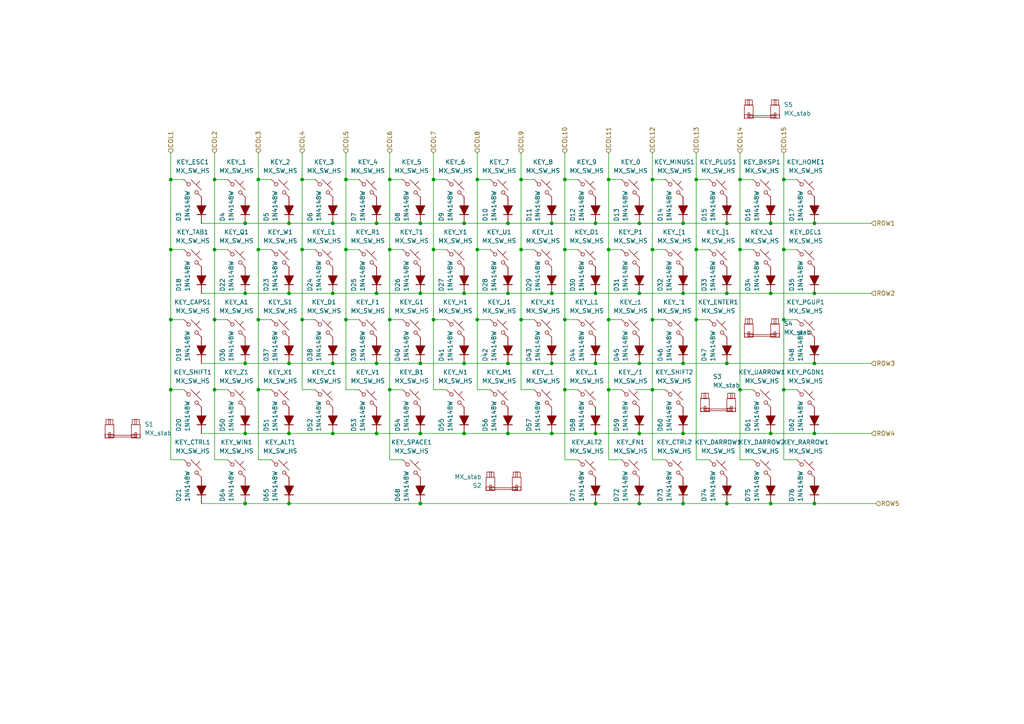
<source format=kicad_sch>
(kicad_sch (version 20250114) (generator "eeschema") (generator_version "9.0")
  (paper "A4")
  (junction (at 227.33 72.39))
  (junction (at 223.52 146.05))
  (junction (at 151.13 92.71))
  (junction (at 74.93 92.71))
  (junction (at 147.32 125.73))
  (junction (at 138.43 72.39))
  (junction (at 83.82 85.09))
  (junction (at 198.12 85.09))
  (junction (at 210.82 85.09))
  (junction (at 109.22 64.77))
  (junction (at 113.03 113.03))
  (junction (at 210.82 105.41))
  (junction (at 227.33 92.71))
  (junction (at 176.53 113.03))
  (junction (at 147.32 105.41))
  (junction (at 83.82 125.73))
  (junction (at 138.43 52.07))
  (junction (at 62.23 92.71))
  (junction (at 96.52 125.73))
  (junction (at 62.23 113.03))
  (junction (at 160.02 85.09))
  (junction (at 163.83 92.71))
  (junction (at 74.93 72.39))
  (junction (at 223.52 125.73))
  (junction (at 214.63 113.03))
  (junction (at 71.12 125.73))
  (junction (at 134.62 105.41))
  (junction (at 236.22 146.05))
  (junction (at 96.52 105.41))
  (junction (at 134.62 85.09))
  (junction (at 71.12 64.77))
  (junction (at 201.93 72.39))
  (junction (at 198.12 146.05))
  (junction (at 160.02 125.73))
  (junction (at 83.82 105.41))
  (junction (at 96.52 64.77))
  (junction (at 201.93 92.71))
  (junction (at 198.12 125.73))
  (junction (at 223.52 64.77))
  (junction (at 189.23 113.03))
  (junction (at 62.23 72.39))
  (junction (at 121.92 105.41))
  (junction (at 236.22 85.09))
  (junction (at 185.42 146.05))
  (junction (at 151.13 52.07))
  (junction (at 71.12 85.09))
  (junction (at 189.23 52.07))
  (junction (at 176.53 52.07))
  (junction (at 87.63 52.07))
  (junction (at 198.12 64.77))
  (junction (at 113.03 52.07))
  (junction (at 49.53 72.39))
  (junction (at 185.42 85.09))
  (junction (at 138.43 92.71))
  (junction (at 172.72 85.09))
  (junction (at 100.33 72.39))
  (junction (at 189.23 72.39))
  (junction (at 74.93 113.03))
  (junction (at 176.53 92.71))
  (junction (at 121.92 125.73))
  (junction (at 210.82 146.05))
  (junction (at 125.73 72.39))
  (junction (at 109.22 125.73))
  (junction (at 121.92 85.09))
  (junction (at 172.72 146.05))
  (junction (at 71.12 146.05))
  (junction (at 227.33 52.07))
  (junction (at 121.92 64.77))
  (junction (at 109.22 85.09))
  (junction (at 109.22 105.41))
  (junction (at 134.62 64.77))
  (junction (at 49.53 113.03))
  (junction (at 125.73 92.71))
  (junction (at 189.23 92.71))
  (junction (at 87.63 72.39))
  (junction (at 185.42 105.41))
  (junction (at 83.82 146.05))
  (junction (at 236.22 105.41))
  (junction (at 62.23 52.07))
  (junction (at 49.53 52.07))
  (junction (at 163.83 52.07))
  (junction (at 172.72 64.77))
  (junction (at 160.02 105.41))
  (junction (at 96.52 85.09))
  (junction (at 113.03 72.39))
  (junction (at 227.33 113.03))
  (junction (at 160.02 64.77))
  (junction (at 74.93 52.07))
  (junction (at 71.12 105.41))
  (junction (at 83.82 64.77))
  (junction (at 210.82 64.77))
  (junction (at 100.33 92.71))
  (junction (at 134.62 125.73))
  (junction (at 125.73 52.07))
  (junction (at 214.63 72.39))
  (junction (at 151.13 72.39))
  (junction (at 100.33 52.07))
  (junction (at 121.92 146.05))
  (junction (at 198.12 105.41))
  (junction (at 163.83 113.03))
  (junction (at 172.72 105.41))
  (junction (at 176.53 72.39))
  (junction (at 147.32 85.09))
  (junction (at 172.72 125.73))
  (junction (at 236.22 125.73))
  (junction (at 163.83 72.39))
  (junction (at 87.63 92.71))
  (junction (at 214.63 52.07))
  (junction (at 147.32 64.77))
  (junction (at 185.42 125.73))
  (junction (at 201.93 52.07))
  (junction (at 49.53 92.71))
  (junction (at 185.42 64.77))
  (junction (at 223.52 85.09))
  (junction (at 236.22 64.77))
  (junction (at 113.03 92.71))
  (wire (pts (xy 163.83 113.03) (xy 167.64 113.03)))
  (wire (pts (xy 198.12 146.05) (xy 210.82 146.05)))
  (wire (pts (xy 113.03 52.07) (xy 113.03 72.39)))
  (wire (pts (xy 138.43 44.45) (xy 138.43 52.07)))
  (wire (pts (xy 172.72 64.77) (xy 185.42 64.77)))
  (wire (pts (xy 87.63 72.39) (xy 87.63 92.71)))
  (wire (pts (xy 227.33 72.39) (xy 231.14 72.39)))
  (wire (pts (xy 227.33 52.07) (xy 227.33 72.39)))
  (wire (pts (xy 100.33 92.71) (xy 100.33 113.03)))
  (wire (pts (xy 163.83 72.39) (xy 167.64 72.39)))
  (wire (pts (xy 151.13 72.39) (xy 151.13 92.71)))
  (wire (pts (xy 163.83 92.71) (xy 163.83 113.03)))
  (wire (pts (xy 74.93 113.03) (xy 74.93 133.35)))
  (wire (pts (xy 151.13 44.45) (xy 151.13 52.07)))
  (wire (pts (xy 176.53 52.07) (xy 180.34 52.07)))
  (wire (pts (xy 223.52 146.05) (xy 236.22 146.05)))
  (wire (pts (xy 49.53 113.03) (xy 53.34 113.03)))
  (wire (pts (xy 83.82 105.41) (xy 71.12 105.41)))
  (wire (pts (xy 74.93 133.35) (xy 78.74 133.35)))
  (wire (pts (xy 176.53 92.71) (xy 180.34 92.71)))
  (wire (pts (xy 236.22 105.41) (xy 252.73 105.41)))
  (wire (pts (xy 113.03 72.39) (xy 116.84 72.39)))
  (wire (pts (xy 49.53 44.45) (xy 49.53 52.07)))
  (wire (pts (xy 49.53 133.35) (xy 53.34 133.35)))
  (wire (pts (xy 223.52 64.77) (xy 236.22 64.77)))
  (wire (pts (xy 121.92 125.73) (xy 109.22 125.73)))
  (wire (pts (xy 49.53 92.71) (xy 53.34 92.71)))
  (wire (pts (xy 214.63 133.35) (xy 218.44 133.35)))
  (wire (pts (xy 147.32 85.09) (xy 134.62 85.09)))
  (wire (pts (xy 198.12 105.41) (xy 185.42 105.41)))
  (wire (pts (xy 87.63 52.07) (xy 91.44 52.07)))
  (wire (pts (xy 83.82 64.77) (xy 96.52 64.77)))
  (wire (pts (xy 198.12 85.09) (xy 185.42 85.09)))
  (wire (pts (xy 160.02 64.77) (xy 172.72 64.77)))
  (wire (pts (xy 163.83 52.07) (xy 167.64 52.07)))
  (wire (pts (xy 227.33 133.35) (xy 231.14 133.35)))
  (wire (pts (xy 134.62 85.09) (xy 121.92 85.09)))
  (wire (pts (xy 138.43 52.07) (xy 142.24 52.07)))
  (wire (pts (xy 83.82 125.73) (xy 71.12 125.73)))
  (wire (pts (xy 227.33 44.45) (xy 227.33 52.07)))
  (wire (pts (xy 74.93 72.39) (xy 74.93 92.71)))
  (wire (pts (xy 214.63 113.03) (xy 214.63 133.35)))
  (wire (pts (xy 125.73 52.07) (xy 129.54 52.07)))
  (wire (pts (xy 163.83 133.35) (xy 167.64 133.35)))
  (wire (pts (xy 160.02 105.41) (xy 147.32 105.41)))
  (wire (pts (xy 96.52 125.73) (xy 83.82 125.73)))
  (wire (pts (xy 205.74 92.71) (xy 201.93 92.71)))
  (wire (pts (xy 74.93 52.07) (xy 74.93 72.39)))
  (wire (pts (xy 252.73 85.09) (xy 236.22 85.09)))
  (wire (pts (xy 87.63 72.39) (xy 91.44 72.39)))
  (wire (pts (xy 109.22 85.09) (xy 96.52 85.09)))
  (wire (pts (xy 198.12 105.41) (xy 210.82 105.41)))
  (wire (pts (xy 74.93 52.07) (xy 78.74 52.07)))
  (wire (pts (xy 138.43 113.03) (xy 142.24 113.03)))
  (wire (pts (xy 236.22 125.73) (xy 252.73 125.73)))
  (wire (pts (xy 71.12 85.09) (xy 58.42 85.09)))
  (wire (pts (xy 198.12 64.77) (xy 210.82 64.77)))
  (wire (pts (xy 113.03 113.03) (xy 116.84 113.03)))
  (wire (pts (xy 71.12 146.05) (xy 58.42 146.05)))
  (wire (pts (xy 151.13 72.39) (xy 154.94 72.39)))
  (wire (pts (xy 96.52 64.77) (xy 109.22 64.77)))
  (wire (pts (xy 87.63 44.45) (xy 87.63 52.07)))
  (wire (pts (xy 176.53 72.39) (xy 176.53 92.71)))
  (wire (pts (xy 74.93 72.39) (xy 78.74 72.39)))
  (wire (pts (xy 58.42 64.77) (xy 71.12 64.77)))
  (wire (pts (xy 121.92 85.09) (xy 109.22 85.09)))
  (wire (pts (xy 227.33 113.03) (xy 231.14 113.03)))
  (wire (pts (xy 62.23 113.03) (xy 62.23 133.35)))
  (wire (pts (xy 163.83 113.03) (xy 163.83 133.35)))
  (wire (pts (xy 236.22 146.05) (xy 254 146.05)))
  (wire (pts (xy 176.53 44.45) (xy 176.53 52.07)))
  (wire (pts (xy 223.52 125.73) (xy 236.22 125.73)))
  (wire (pts (xy 172.72 125.73) (xy 160.02 125.73)))
  (wire (pts (xy 198.12 125.73) (xy 223.52 125.73)))
  (wire (pts (xy 189.23 72.39) (xy 189.23 92.71)))
  (wire (pts (xy 125.73 44.45) (xy 125.73 52.07)))
  (wire (pts (xy 189.23 92.71) (xy 189.23 113.03)))
  (wire (pts (xy 172.72 146.05) (xy 185.42 146.05)))
  (wire (pts (xy 160.02 125.73) (xy 147.32 125.73)))
  (wire (pts (xy 100.33 113.03) (xy 104.14 113.03)))
  (wire (pts (xy 201.93 72.39) (xy 205.74 72.39)))
  (wire (pts (xy 96.52 105.41) (xy 83.82 105.41)))
  (wire (pts (xy 125.73 72.39) (xy 125.73 92.71)))
  (wire (pts (xy 201.93 52.07) (xy 205.74 52.07)))
  (wire (pts (xy 62.23 72.39) (xy 66.04 72.39)))
  (wire (pts (xy 96.52 85.09) (xy 83.82 85.09)))
  (wire (pts (xy 62.23 72.39) (xy 62.23 92.71)))
  (wire (pts (xy 100.33 44.45) (xy 100.33 52.07)))
  (wire (pts (xy 121.92 64.77) (xy 134.62 64.77)))
  (wire (pts (xy 185.42 125.73) (xy 198.12 125.73)))
  (wire (pts (xy 62.23 52.07) (xy 66.04 52.07)))
  (wire (pts (xy 151.13 92.71) (xy 154.94 92.71)))
  (wire (pts (xy 83.82 85.09) (xy 71.12 85.09)))
  (wire (pts (xy 176.53 72.39) (xy 180.34 72.39)))
  (wire (pts (xy 223.52 85.09) (xy 210.82 85.09)))
  (wire (pts (xy 176.53 133.35) (xy 180.34 133.35)))
  (wire (pts (xy 71.12 125.73) (xy 58.42 125.73)))
  (wire (pts (xy 201.93 133.35) (xy 205.74 133.35)))
  (wire (pts (xy 147.32 125.73) (xy 134.62 125.73)))
  (wire (pts (xy 113.03 113.03) (xy 113.03 133.35)))
  (wire (pts (xy 100.33 92.71) (xy 104.14 92.71)))
  (wire (pts (xy 201.93 52.07) (xy 201.93 72.39)))
  (wire (pts (xy 185.42 85.09) (xy 172.72 85.09)))
  (wire (pts (xy 109.22 64.77) (xy 121.92 64.77)))
  (wire (pts (xy 214.63 52.07) (xy 218.44 52.07)))
  (wire (pts (xy 121.92 105.41) (xy 109.22 105.41)))
  (wire (pts (xy 100.33 52.07) (xy 104.14 52.07)))
  (wire (pts (xy 49.53 72.39) (xy 49.53 92.71)))
  (wire (pts (xy 138.43 72.39) (xy 138.43 92.71)))
  (wire (pts (xy 138.43 92.71) (xy 138.43 113.03)))
  (wire (pts (xy 74.93 44.45) (xy 74.93 52.07)))
  (wire (pts (xy 121.92 146.05) (xy 172.72 146.05)))
  (wire (pts (xy 214.63 52.07) (xy 214.63 72.39)))
  (wire (pts (xy 151.13 52.07) (xy 154.94 52.07)))
  (wire (pts (xy 189.23 113.03) (xy 193.04 113.03)))
  (wire (pts (xy 189.23 44.45) (xy 189.23 52.07)))
  (wire (pts (xy 100.33 52.07) (xy 100.33 72.39)))
  (wire (pts (xy 100.33 72.39) (xy 100.33 92.71)))
  (wire (pts (xy 151.13 92.71) (xy 151.13 113.03)))
  (wire (pts (xy 49.53 52.07) (xy 53.34 52.07)))
  (wire (pts (xy 214.63 44.45) (xy 214.63 52.07)))
  (wire (pts (xy 189.23 52.07) (xy 193.04 52.07)))
  (wire (pts (xy 109.22 105.41) (xy 96.52 105.41)))
  (wire (pts (xy 83.82 146.05) (xy 121.92 146.05)))
  (wire (pts (xy 227.33 92.71) (xy 227.33 113.03)))
  (wire (pts (xy 138.43 72.39) (xy 142.24 72.39)))
  (wire (pts (xy 109.22 125.73) (xy 96.52 125.73)))
  (wire (pts (xy 62.23 133.35) (xy 66.04 133.35)))
  (wire (pts (xy 172.72 105.41) (xy 160.02 105.41)))
  (wire (pts (xy 151.13 52.07) (xy 151.13 72.39)))
  (wire (pts (xy 125.73 113.03) (xy 125.73 92.71)))
  (wire (pts (xy 227.33 92.71) (xy 231.14 92.71)))
  (wire (pts (xy 201.93 92.71) (xy 201.93 133.35)))
  (wire (pts (xy 210.82 85.09) (xy 198.12 85.09)))
  (wire (pts (xy 236.22 85.09) (xy 223.52 85.09)))
  (wire (pts (xy 71.12 64.77) (xy 83.82 64.77)))
  (wire (pts (xy 125.73 92.71) (xy 129.54 92.71)))
  (wire (pts (xy 62.23 92.71) (xy 62.23 113.03)))
  (wire (pts (xy 189.23 113.03) (xy 189.23 133.35)))
  (wire (pts (xy 236.22 64.77) (xy 252.73 64.77)))
  (wire (pts (xy 62.23 52.07) (xy 62.23 72.39)))
  (wire (pts (xy 176.53 113.03) (xy 176.53 133.35)))
  (wire (pts (xy 210.82 146.05) (xy 223.52 146.05)))
  (wire (pts (xy 147.32 105.41) (xy 134.62 105.41)))
  (wire (pts (xy 74.93 113.03) (xy 78.74 113.03)))
  (wire (pts (xy 113.03 133.35) (xy 116.84 133.35)))
  (wire (pts (xy 218.44 113.03) (xy 214.63 113.03)))
  (wire (pts (xy 227.33 52.07) (xy 231.14 52.07)))
  (wire (pts (xy 193.04 92.71) (xy 189.23 92.71)))
  (wire (pts (xy 49.53 113.03) (xy 49.53 133.35)))
  (wire (pts (xy 163.83 44.45) (xy 163.83 52.07)))
  (wire (pts (xy 189.23 52.07) (xy 189.23 72.39)))
  (wire (pts (xy 125.73 113.03) (xy 129.54 113.03)))
  (wire (pts (xy 227.33 113.03) (xy 227.33 133.35)))
  (wire (pts (xy 62.23 113.03) (xy 66.04 113.03)))
  (wire (pts (xy 138.43 92.71) (xy 142.24 92.71)))
  (wire (pts (xy 134.62 125.73) (xy 121.92 125.73)))
  (wire (pts (xy 151.13 113.03) (xy 154.94 113.03)))
  (wire (pts (xy 113.03 52.07) (xy 116.84 52.07)))
  (wire (pts (xy 87.63 92.71) (xy 87.63 113.03)))
  (wire (pts (xy 74.93 92.71) (xy 78.74 92.71)))
  (wire (pts (xy 184.15 113.03) (xy 189.23 113.03)))
  (wire (pts (xy 227.33 72.39) (xy 227.33 92.71)))
  (wire (pts (xy 163.83 52.07) (xy 163.83 72.39)))
  (wire (pts (xy 185.42 105.41) (xy 172.72 105.41)))
  (wire (pts (xy 185.42 64.77) (xy 198.12 64.77)))
  (wire (pts (xy 62.23 44.45) (xy 62.23 52.07)))
  (wire (pts (xy 49.53 72.39) (xy 53.34 72.39)))
  (wire (pts (xy 163.83 92.71) (xy 167.64 92.71)))
  (wire (pts (xy 189.23 72.39) (xy 193.04 72.39)))
  (wire (pts (xy 125.73 52.07) (xy 125.73 72.39)))
  (wire (pts (xy 83.82 146.05) (xy 71.12 146.05)))
  (wire (pts (xy 185.42 125.73) (xy 172.72 125.73)))
  (wire (pts (xy 214.63 113.03) (xy 214.63 72.39)))
  (wire (pts (xy 138.43 52.07) (xy 138.43 72.39)))
  (wire (pts (xy 134.62 64.77) (xy 147.32 64.77)))
  (wire (pts (xy 113.03 92.71) (xy 113.03 113.03)))
  (wire (pts (xy 71.12 105.41) (xy 58.42 105.41)))
  (wire (pts (xy 189.23 133.35) (xy 193.04 133.35)))
  (wire (pts (xy 185.42 146.05) (xy 198.12 146.05)))
  (wire (pts (xy 49.53 92.71) (xy 49.53 113.03)))
  (wire (pts (xy 113.03 72.39) (xy 113.03 92.71)))
  (wire (pts (xy 74.93 92.71) (xy 74.93 113.03)))
  (wire (pts (xy 100.33 72.39) (xy 104.14 72.39)))
  (wire (pts (xy 172.72 85.09) (xy 160.02 85.09)))
  (wire (pts (xy 210.82 64.77) (xy 223.52 64.77)))
  (wire (pts (xy 176.53 113.03) (xy 180.34 113.03)))
  (wire (pts (xy 49.53 52.07) (xy 49.53 72.39)))
  (wire (pts (xy 163.83 72.39) (xy 163.83 92.71)))
  (wire (pts (xy 113.03 92.71) (xy 116.84 92.71)))
  (wire (pts (xy 62.23 92.71) (xy 66.04 92.71)))
  (wire (pts (xy 134.62 105.41) (xy 121.92 105.41)))
  (wire (pts (xy 147.32 64.77) (xy 160.02 64.77)))
  (wire (pts (xy 176.53 52.07) (xy 176.53 72.39)))
  (wire (pts (xy 210.82 105.41) (xy 236.22 105.41)))
  (wire (pts (xy 87.63 113.03) (xy 91.44 113.03)))
  (wire (pts (xy 87.63 92.71) (xy 91.44 92.71)))
  (wire (pts (xy 113.03 44.45) (xy 113.03 52.07)))
  (wire (pts (xy 125.73 72.39) (xy 129.54 72.39)))
  (wire (pts (xy 201.93 72.39) (xy 201.93 92.71)))
  (wire (pts (xy 201.93 44.45) (xy 201.93 52.07)))
  (wire (pts (xy 214.63 72.39) (xy 218.44 72.39)))
  (wire (pts (xy 176.53 92.71) (xy 176.53 113.03)))
  (wire (pts (xy 160.02 85.09) (xy 147.32 85.09)))
  (wire (pts (xy 87.63 52.07) (xy 87.63 72.39)))
  (hierarchical_label "COL2" (shape input) (at 62.23 44.45 90))
  (hierarchical_label "COL4" (shape input) (at 87.63 44.45 90))
  (hierarchical_label "ROW1" (shape input) (at 252.73 64.77 0))
  (hierarchical_label "COL7" (shape input) (at 125.73 44.45 90))
  (hierarchical_label "COL3" (shape input) (at 74.93 44.45 90))
  (hierarchical_label "COL6" (shape input) (at 113.03 44.45 90))
  (hierarchical_label "ROW4" (shape input) (at 252.73 125.73 0))
  (hierarchical_label "COL12" (shape input) (at 189.23 44.45 90))
  (hierarchical_label "ROW3" (shape input) (at 252.73 105.41 0))
  (hierarchical_label "COL11" (shape input) (at 176.53 44.45 90))
  (hierarchical_label "COL1" (shape input) (at 49.53 44.45 90))
  (hierarchical_label "COL13" (shape input) (at 201.93 44.45 90))
  (hierarchical_label "COL10" (shape input) (at 163.83 44.45 90))
  (hierarchical_label "ROW2" (shape input) (at 252.73 85.09 0))
  (hierarchical_label "COL14" (shape input) (at 214.63 44.45 90))
  (hierarchical_label "COL9" (shape input) (at 151.13 44.45 90))
  (hierarchical_label "COL8" (shape input) (at 138.43 44.45 90))
  (hierarchical_label "COL5" (shape input) (at 100.33 44.45 90))
  (hierarchical_label "COL15" (shape input) (at 227.33 44.45 90))
  (hierarchical_label "ROW5" (shape input) (at 254 146.05 0))
  (symbol (lib_id "PCM_marbastlib-mx:MX_SW_HS_CPG151101S11") (at 132.08 115.57 0) (unit 1)
    (property "Reference" "KEY_N1" (at 132.08 107.95 0))
    (property "Value" "MX_SW_HS" (at 132.08 110.49 0))
    (property "Footprint" "PCM_marbastlib-mx:SW_MX_HS_CPG151101S11_1u" (effects (hide yes)))
    (property "Description" "Push button switch, normally open, two pins, 45° tilted, Kailh CPG151101S11 for Cherry MX style switches" (effects (hide yes)))
  )
  (symbol (lib_id "PCM_marbastlib-mx:MX_SW_HS_CPG151101S11") (at 170.18 74.93 0) (unit 1)
    (property "Reference" "KEY_O1" (at 170.18 67.31 0))
    (property "Value" "MX_SW_HS" (at 170.18 69.85 0))
    (property "Footprint" "PCM_marbastlib-mx:SW_MX_HS_CPG151101S11_1u" (effects (hide yes)))
    (property "Description" "Push button switch, normally open, two pins, 45° tilted, Kailh CPG151101S11 for Cherry MX style switches" (effects (hide yes)))
  )
  (symbol (lib_id "PCM_marbastlib-mx:MX_SW_HS_CPG151101S11") (at 144.78 95.25 0) (unit 1)
    (property "Reference" "KEY_J1" (at 144.78 87.63 0))
    (property "Value" "MX_SW_HS" (at 144.78 90.17 0))
    (property "Footprint" "PCM_marbastlib-mx:SW_MX_HS_CPG151101S11_1u" (effects (hide yes)))
    (property "Description" "Push button switch, normally open, two pins, 45° tilted, Kailh CPG151101S11 for Cherry MX style switches" (effects (hide yes)))
  )
  (symbol (lib_id "PCM_marbastlib-mx:MX_SW_HS_CPG151101S11") (at 170.18 135.89 0) (unit 1)
    (property "Reference" "KEY_ALT2" (at 170.18 128.27 0))
    (property "Value" "MX_SW_HS" (at 170.18 130.81 0))
    (property "Footprint" "PCM_marbastlib-mx:SW_MX_HS_CPG151101S11_1u" (effects (hide yes)))
    (property "Description" "Push button switch, normally open, two pins, 45° tilted, Kailh CPG151101S11 for Cherry MX style switches" (effects (hide yes)))
  )
  (symbol (lib_id "PCM_Diode_AKL:1N4148W") (at 236.22 81.28 270) (unit 1)
    (property "Reference" "D35" (at 229.616 84.582 0) (effects (justify right)))
    (property "Value" "1N4148W" (at 232.156 84.582 0) (effects (justify right)))
    (property "Footprint" "PCM_Diode_SMD_AKL:D_SOD-123" (effects (hide yes)))
    (property "Datasheet" "https://datasheet.octopart.com/1N4148W-HE3-18-Vishay-datasheet-17291302.pdf" (effects (hide yes)))
    (property "Description" "SOD-123 Diode, Small Signal, Fast Switching, 75V, 150mA, 4ns, Alternate KiCad Library" (effects (hide yes)))
  )
  (symbol (lib_id "PCM_Diode_AKL:1N4148W") (at 121.92 142.24 270) (unit 1)
    (property "Reference" "D68" (at 115.316 145.542 0) (effects (justify right)))
    (property "Value" "1N4148W" (at 117.856 145.542 0) (effects (justify right)))
    (property "Footprint" "PCM_Diode_SMD_AKL:D_SOD-123" (effects (hide yes)))
    (property "Datasheet" "https://datasheet.octopart.com/1N4148W-HE3-18-Vishay-datasheet-17291302.pdf" (effects (hide yes)))
    (property "Description" "SOD-123 Diode, Small Signal, Fast Switching, 75V, 150mA, 4ns, Alternate KiCad Library" (effects (hide yes)))
  )
  (symbol (lib_id "PCM_Diode_AKL:1N4148W") (at 71.12 101.6 270) (unit 1)
    (property "Reference" "D36" (at 64.516 104.902 0) (effects (justify right)))
    (property "Value" "1N4148W" (at 67.056 104.902 0) (effects (justify right)))
    (property "Footprint" "PCM_Diode_SMD_AKL:D_SOD-123" (effects (hide yes)))
    (property "Datasheet" "https://datasheet.octopart.com/1N4148W-HE3-18-Vishay-datasheet-17291302.pdf" (effects (hide yes)))
    (property "Description" "SOD-123 Diode, Small Signal, Fast Switching, 75V, 150mA, 4ns, Alternate KiCad Library" (effects (hide yes)))
  )
  (symbol (lib_id "PCM_marbastlib-mx:MX_SW_HS_CPG151101S11") (at 81.28 135.89 0) (unit 1)
    (property "Reference" "KEY_ALT1" (at 81.28 128.27 0))
    (property "Value" "MX_SW_HS" (at 81.28 130.81 0))
    (property "Footprint" "PCM_Switch_Keyboard_Hotswap_Kailh:SW_Hotswap_Kailh_MX_Plated_1.25u" (effects (hide yes)))
    (property "Description" "Push button switch, normally open, two pins, 45° tilted, Kailh CPG151101S11 for Cherry MX style switches" (effects (hide yes)))
  )
  (symbol (lib_id "PCM_Diode_AKL:1N4148W") (at 134.62 81.28 270) (unit 1)
    (property "Reference" "D27" (at 128.016 84.582 0) (effects (justify right)))
    (property "Value" "1N4148W" (at 130.556 84.582 0) (effects (justify right)))
    (property "Footprint" "PCM_Diode_SMD_AKL:D_SOD-123" (effects (hide yes)))
    (property "Datasheet" "https://datasheet.octopart.com/1N4148W-HE3-18-Vishay-datasheet-17291302.pdf" (effects (hide yes)))
    (property "Description" "SOD-123 Diode, Small Signal, Fast Switching, 75V, 150mA, 4ns, Alternate KiCad Library" (effects (hide yes)))
  )
  (symbol (lib_id "PCM_marbastlib-mx:MX_SW_HS_CPG151101S11") (at 220.98 74.93 0) (unit 1)
    (property "Reference" "KEY_\\1" (at 220.98 67.31 0))
    (property "Value" "MX_SW_HS" (at 220.98 69.85 0))
    (property "Footprint" "PCM_marbastlib-mx:SW_MX_HS_CPG151101S11_1.5u" (effects (hide yes)))
    (property "Description" "Push button switch, normally open, two pins, 45° tilted, Kailh CPG151101S11 for Cherry MX style switches" (effects (hide yes)))
  )
  (symbol (lib_id "PCM_marbastlib-mx:MX_SW_HS_CPG151101S11") (at 233.68 115.57 0) (unit 1)
    (property "Reference" "KEY_PGDN1" (at 233.68 107.95 0))
    (property "Value" "MX_SW_HS" (at 233.68 110.49 0))
    (property "Footprint" "PCM_marbastlib-mx:SW_MX_HS_CPG151101S11_1u" (effects (hide yes)))
    (property "Description" "Push button switch, normally open, two pins, 45° tilted, Kailh CPG151101S11 for Cherry MX style switches" (effects (hide yes)))
  )
  (symbol (lib_id "PCM_marbastlib-mx:MX_SW_HS_CPG151101S11") (at 233.68 135.89 0) (unit 1)
    (property "Reference" "KEY_RARROW1" (at 233.68 128.27 0))
    (property "Value" "MX_SW_HS" (at 233.68 130.81 0))
    (property "Footprint" "PCM_marbastlib-mx:SW_MX_HS_CPG151101S11_1u" (effects (hide yes)))
    (property "Description" "Push button switch, normally open, two pins, 45° tilted, Kailh CPG151101S11 for Cherry MX style switches" (effects (hide yes)))
  )
  (symbol (lib_id "PCM_Diode_AKL:1N4148W") (at 160.02 60.96 270) (unit 1)
    (property "Reference" "D11" (at 153.416 64.262 0) (effects (justify right)))
    (property "Value" "1N4148W" (at 155.956 64.262 0) (effects (justify right)))
    (property "Footprint" "PCM_Diode_SMD_AKL:D_SOD-123" (effects (hide yes)))
    (property "Datasheet" "https://datasheet.octopart.com/1N4148W-HE3-18-Vishay-datasheet-17291302.pdf" (effects (hide yes)))
    (property "Description" "SOD-123 Diode, Small Signal, Fast Switching, 75V, 150mA, 4ns, Alternate KiCad Library" (effects (hide yes)))
  )
  (symbol (lib_id "PCM_Diode_AKL:1N4148W") (at 96.52 121.92 270) (unit 1)
    (property "Reference" "D52" (at 89.916 125.222 0) (effects (justify right)))
    (property "Value" "1N4148W" (at 92.456 125.222 0) (effects (justify right)))
    (property "Footprint" "PCM_Diode_SMD_AKL:D_SOD-123" (effects (hide yes)))
    (property "Datasheet" "https://datasheet.octopart.com/1N4148W-HE3-18-Vishay-datasheet-17291302.pdf" (effects (hide yes)))
    (property "Description" "SOD-123 Diode, Small Signal, Fast Switching, 75V, 150mA, 4ns, Alternate KiCad Library" (effects (hide yes)))
  )
  (symbol (lib_id "PCM_Diode_AKL:1N4148W") (at 198.12 121.92 270) (unit 1)
    (property "Reference" "D60" (at 191.516 125.222 0) (effects (justify right)))
    (property "Value" "1N4148W" (at 194.056 125.222 0) (effects (justify right)))
    (property "Footprint" "PCM_Diode_SMD_AKL:D_SOD-123" (effects (hide yes)))
    (property "Datasheet" "https://datasheet.octopart.com/1N4148W-HE3-18-Vishay-datasheet-17291302.pdf" (effects (hide yes)))
    (property "Description" "SOD-123 Diode, Small Signal, Fast Switching, 75V, 150mA, 4ns, Alternate KiCad Library" (effects (hide yes)))
  )
  (symbol (lib_id "PCM_marbastlib-mx:MX_SW_HS_CPG151101S11") (at 182.88 54.61 0) (unit 1)
    (property "Reference" "KEY_0" (at 182.88 46.99 0))
    (property "Value" "MX_SW_HS" (at 182.88 49.53 0))
    (property "Footprint" "PCM_marbastlib-mx:SW_MX_HS_CPG151101S11_1u" (effects (hide yes)))
    (property "Description" "Push button switch, normally open, two pins, 45° tilted, Kailh CPG151101S11 for Cherry MX style switches" (effects (hide yes)))
  )
  (symbol (lib_id "PCM_Diode_AKL:1N4148W") (at 147.32 81.28 270) (unit 1)
    (property "Reference" "D28" (at 140.716 84.582 0) (effects (justify right)))
    (property "Value" "1N4148W" (at 143.256 84.582 0) (effects (justify right)))
    (property "Footprint" "PCM_Diode_SMD_AKL:D_SOD-123" (effects (hide yes)))
    (property "Datasheet" "https://datasheet.octopart.com/1N4148W-HE3-18-Vishay-datasheet-17291302.pdf" (effects (hide yes)))
    (property "Description" "SOD-123 Diode, Small Signal, Fast Switching, 75V, 150mA, 4ns, Alternate KiCad Library" (effects (hide yes)))
  )
  (symbol (lib_id "PCM_marbastlib-mx:MX_SW_HS_CPG151101S11") (at 195.58 74.93 0) (unit 1)
    (property "Reference" "KEY_[1" (at 195.58 67.31 0))
    (property "Value" "MX_SW_HS" (at 195.58 69.85 0))
    (property "Footprint" "PCM_marbastlib-mx:SW_MX_HS_CPG151101S11_1u" (effects (hide yes)))
    (property "Description" "Push button switch, normally open, two pins, 45° tilted, Kailh CPG151101S11 for Cherry MX style switches" (effects (hide yes)))
  )
  (symbol (lib_id "PCM_marbastlib-mx:MX_SW_HS_CPG151101S11") (at 208.28 135.89 0) (unit 1)
    (property "Reference" "KEY_DARROW1" (at 208.28 128.27 0))
    (property "Value" "MX_SW_HS" (at 208.28 130.81 0))
    (property "Footprint" "PCM_marbastlib-mx:SW_MX_HS_CPG151101S11_1u" (effects (hide yes)))
    (property "Description" "Push button switch, normally open, two pins, 45° tilted, Kailh CPG151101S11 for Cherry MX style switches" (effects (hide yes)))
  )
  (symbol (lib_id "PCM_marbastlib-mx:MX_SW_HS_CPG151101S11") (at 195.58 115.57 0) (unit 1)
    (property "Reference" "KEY_SHIFT2" (at 195.58 107.95 0))
    (property "Value" "MX_SW_HS" (at 195.58 110.49 0))
    (property "Footprint" "PCM_Switch_Keyboard_Hotswap_Kailh:SW_Hotswap_Kailh_MX_Plated_1.75u" (effects (hide yes)))
    (property "Description" "Push button switch, normally open, two pins, 45° tilted, Kailh CPG151101S11 for Cherry MX style switches" (effects (hide yes)))
  )
  (symbol (lib_id "PCM_Diode_AKL:1N4148W") (at 198.12 81.28 270) (unit 1)
    (property "Reference" "D32" (at 191.516 84.582 0) (effects (justify right)))
    (property "Value" "1N4148W" (at 194.056 84.582 0) (effects (justify right)))
    (property "Footprint" "PCM_Diode_SMD_AKL:D_SOD-123" (effects (hide yes)))
    (property "Datasheet" "https://datasheet.octopart.com/1N4148W-HE3-18-Vishay-datasheet-17291302.pdf" (effects (hide yes)))
    (property "Description" "SOD-123 Diode, Small Signal, Fast Switching, 75V, 150mA, 4ns, Alternate KiCad Library" (effects (hide yes)))
  )
  (symbol (lib_id "PCM_Diode_AKL:1N4148W") (at 185.42 142.24 270) (unit 1)
    (property "Reference" "D72" (at 178.816 145.542 0) (effects (justify right)))
    (property "Value" "1N4148W" (at 181.356 145.542 0) (effects (justify right)))
    (property "Footprint" "PCM_Diode_SMD_AKL:D_SOD-123" (effects (hide yes)))
    (property "Datasheet" "https://datasheet.octopart.com/1N4148W-HE3-18-Vishay-datasheet-17291302.pdf" (effects (hide yes)))
    (property "Description" "SOD-123 Diode, Small Signal, Fast Switching, 75V, 150mA, 4ns, Alternate KiCad Library" (effects (hide yes)))
  )
  (symbol (lib_id "PCM_Diode_AKL:1N4148W") (at 147.32 121.92 270) (unit 1)
    (property "Reference" "D56" (at 140.716 125.222 0) (effects (justify right)))
    (property "Value" "1N4148W" (at 143.256 125.222 0) (effects (justify right)))
    (property "Footprint" "PCM_Diode_SMD_AKL:D_SOD-123" (effects (hide yes)))
    (property "Datasheet" "https://datasheet.octopart.com/1N4148W-HE3-18-Vishay-datasheet-17291302.pdf" (effects (hide yes)))
    (property "Description" "SOD-123 Diode, Small Signal, Fast Switching, 75V, 150mA, 4ns, Alternate KiCad Library" (effects (hide yes)))
  )
  (symbol (lib_id "PCM_marbastlib-mx:MX_SW_HS_CPG151101S11") (at 106.68 54.61 0) (unit 1)
    (property "Reference" "KEY_4" (at 106.68 46.99 0))
    (property "Value" "MX_SW_HS" (at 106.68 49.53 0))
    (property "Footprint" "PCM_marbastlib-mx:SW_MX_HS_CPG151101S11_1u" (effects (hide yes)))
    (property "Description" "Push button switch, normally open, two pins, 45° tilted, Kailh CPG151101S11 for Cherry MX style switches" (effects (hide yes)))
  )
  (symbol (lib_id "PCM_marbastlib-mx:MX_SW_HS_CPG151101S11") (at 157.48 74.93 0) (unit 1)
    (property "Reference" "KEY_I1" (at 157.48 67.31 0))
    (property "Value" "MX_SW_HS" (at 157.48 69.85 0))
    (property "Footprint" "PCM_marbastlib-mx:SW_MX_HS_CPG151101S11_1u" (effects (hide yes)))
    (property "Description" "Push button switch, normally open, two pins, 45° tilted, Kailh CPG151101S11 for Cherry MX style switches" (effects (hide yes)))
  )
  (symbol (lib_id "PCM_marbastlib-mx:MX_SW_HS_CPG151101S11") (at 81.28 54.61 0) (unit 1)
    (property "Reference" "KEY_2" (at 81.28 46.99 0))
    (property "Value" "MX_SW_HS" (at 81.28 49.53 0))
    (property "Footprint" "PCM_marbastlib-mx:SW_MX_HS_CPG151101S11_1u" (effects (hide yes)))
    (property "Description" "Push button switch, normally open, two pins, 45° tilted, Kailh CPG151101S11 for Cherry MX style switches" (effects (hide yes)))
  )
  (symbol (lib_id "PCM_marbastlib-mx:MX_SW_HS_CPG151101S11") (at 157.48 54.61 0) (unit 1)
    (property "Reference" "KEY_8" (at 157.48 46.99 0))
    (property "Value" "MX_SW_HS" (at 157.48 49.53 0))
    (property "Footprint" "PCM_marbastlib-mx:SW_MX_HS_CPG151101S11_1u" (effects (hide yes)))
    (property "Description" "Push button switch, normally open, two pins, 45° tilted, Kailh CPG151101S11 for Cherry MX style switches" (effects (hide yes)))
  )
  (symbol (lib_id "PCM_marbastlib-mx:MX_SW_HS_CPG151101S11") (at 233.68 95.25 0) (unit 1)
    (property "Reference" "KEY_PGUP1" (at 233.68 87.63 0))
    (property "Value" "MX_SW_HS" (at 233.68 90.17 0))
    (property "Footprint" "PCM_marbastlib-mx:SW_MX_HS_CPG151101S11_1u" (effects (hide yes)))
    (property "Description" "Push button switch, normally open, two pins, 45° tilted, Kailh CPG151101S11 for Cherry MX style switches" (effects (hide yes)))
  )
  (symbol (lib_id "PCM_marbastlib-mx:MX_SW_HS_CPG151101S11") (at 144.78 54.61 0) (unit 1)
    (property "Reference" "KEY_7" (at 144.78 46.99 0))
    (property "Value" "MX_SW_HS" (at 144.78 49.53 0))
    (property "Footprint" "PCM_marbastlib-mx:SW_MX_HS_CPG151101S11_1u" (effects (hide yes)))
    (property "Description" "Push button switch, normally open, two pins, 45° tilted, Kailh CPG151101S11 for Cherry MX style switches" (effects (hide yes)))
  )
  (symbol (lib_id "PCM_marbastlib-mx:MX_SW_HS_CPG151101S11") (at 220.98 54.61 0) (unit 1)
    (property "Reference" "KEY_BKSP1" (at 220.98 46.99 0))
    (property "Value" "MX_SW_HS" (at 220.98 49.53 0))
    (property "Footprint" "PCM_marbastlib-mx:SW_MX_HS_CPG151101S11_1u" (effects (hide yes)))
    (property "Description" "Push button switch, normally open, two pins, 45° tilted, Kailh CPG151101S11 for Cherry MX style switches" (effects (hide yes)))
  )
  (symbol (lib_id "PCM_marbastlib-mx:MX_SW_HS_CPG151101S11") (at 55.88 135.89 0) (unit 1)
    (property "Reference" "KEY_CTRL1" (at 55.88 128.27 0))
    (property "Value" "MX_SW_HS" (at 55.88 130.81 0))
    (property "Footprint" "PCM_Switch_Keyboard_Hotswap_Kailh:SW_Hotswap_Kailh_MX_Plated_1.25u" (effects (hide yes)))
    (property "Description" "Push button switch, normally open, two pins, 45° tilted, Kailh CPG151101S11 for Cherry MX style switches" (effects (hide yes)))
  )
  (symbol (lib_id "PCM_marbastlib-mx:MX_SW_HS_CPG151101S11") (at 68.58 95.25 0) (unit 1)
    (property "Reference" "KEY_A1" (at 68.58 87.63 0))
    (property "Value" "MX_SW_HS" (at 68.58 90.17 0))
    (property "Footprint" "PCM_marbastlib-mx:SW_MX_HS_CPG151101S11_1u" (effects (hide yes)))
    (property "Description" "Push button switch, normally open, two pins, 45° tilted, Kailh CPG151101S11 for Cherry MX style switches" (effects (hide yes)))
  )
  (symbol (lib_id "PCM_marbastlib-mx:MX_SW_HS_CPG151101S11") (at 106.68 115.57 0) (unit 1)
    (property "Reference" "KEY_V1" (at 106.68 107.95 0))
    (property "Value" "MX_SW_HS" (at 106.68 110.49 0))
    (property "Footprint" "PCM_marbastlib-mx:SW_MX_HS_CPG151101S11_1u" (effects (hide yes)))
    (property "Description" "Push button switch, normally open, two pins, 45° tilted, Kailh CPG151101S11 for Cherry MX style switches" (effects (hide yes)))
  )
  (symbol (lib_id "PCM_marbastlib-mx:MX_SW_HS_CPG151101S11") (at 93.98 74.93 0) (unit 1)
    (property "Reference" "KEY_E1" (at 93.98 67.31 0))
    (property "Value" "MX_SW_HS" (at 93.98 69.85 0))
    (property "Footprint" "PCM_marbastlib-mx:SW_MX_HS_CPG151101S11_1u" (effects (hide yes)))
    (property "Description" "Push button switch, normally open, two pins, 45° tilted, Kailh CPG151101S11 for Cherry MX style switches" (effects (hide yes)))
  )
  (symbol (lib_id "PCM_marbastlib-mx:MX_SW_HS_CPG151101S11") (at 208.28 95.25 0) (unit 1)
    (property "Reference" "KEY_ENTER1" (at 208.28 87.63 0))
    (property "Value" "MX_SW_HS" (at 208.28 90.17 0))
    (property "Footprint" "PCM_marbastlib-mx:SW_MX_HS_CPG151101S11_1u" (effects (hide yes)))
    (property "Description" "Push button switch, normally open, two pins, 45° tilted, Kailh CPG151101S11 for Cherry MX style switches" (effects (hide yes)))
  )
  (symbol (lib_id "PCM_marbastlib-mx:MX_SW_HS_CPG151101S11") (at 106.68 95.25 0) (unit 1)
    (property "Reference" "KEY_F1" (at 106.68 87.63 0))
    (property "Value" "MX_SW_HS" (at 106.68 90.17 0))
    (property "Footprint" "PCM_marbastlib-mx:SW_MX_HS_CPG151101S11_1u" (effects (hide yes)))
    (property "Description" "Push button switch, normally open, two pins, 45° tilted, Kailh CPG151101S11 for Cherry MX style switches" (effects (hide yes)))
  )
  (symbol (lib_id "PCM_Diode_AKL:1N4148W") (at 58.42 101.6 270) (unit 1)
    (property "Reference" "D19" (at 51.816 104.902 0) (effects (justify right)))
    (property "Value" "1N4148W" (at 54.356 104.902 0) (effects (justify right)))
    (property "Footprint" "PCM_Diode_SMD_AKL:D_SOD-123" (effects (hide yes)))
    (property "Datasheet" "https://datasheet.octopart.com/1N4148W-HE3-18-Vishay-datasheet-17291302.pdf" (effects (hide yes)))
    (property "Description" "SOD-123 Diode, Small Signal, Fast Switching, 75V, 150mA, 4ns, Alternate KiCad Library" (effects (hide yes)))
  )
  (symbol (lib_id "PCM_marbastlib-mx:MX_SW_HS_CPG151101S11") (at 208.28 74.93 0) (unit 1)
    (property "Reference" "KEY_]1" (at 208.28 67.31 0))
    (property "Value" "MX_SW_HS" (at 208.28 69.85 0))
    (property "Footprint" "PCM_marbastlib-mx:SW_MX_HS_CPG151101S11_1u" (effects (hide yes)))
    (property "Description" "Push button switch, normally open, two pins, 45° tilted, Kailh CPG151101S11 for Cherry MX style switches" (effects (hide yes)))
  )
  (symbol (lib_id "PCM_marbastlib-mx:MX_SW_HS_CPG151101S11") (at 220.98 115.57 0) (unit 1)
    (property "Reference" "KEY_UARROW1" (at 220.98 107.95 0))
    (property "Value" "MX_SW_HS" (at 220.98 110.49 0))
    (property "Footprint" "PCM_marbastlib-mx:SW_MX_HS_CPG151101S11_1u" (effects (hide yes)))
    (property "Description" "Push button switch, normally open, two pins, 45° tilted, Kailh CPG151101S11 for Cherry MX style switches" (effects (hide yes)))
  )
  (symbol (lib_id "PCM_marbastlib-mx:MX_SW_HS_CPG151101S11") (at 220.98 135.89 0) (unit 1)
    (property "Reference" "KEY_DARROW2" (at 220.98 128.27 0))
    (property "Value" "MX_SW_HS" (at 220.98 130.81 0))
    (property "Footprint" "PCM_marbastlib-mx:SW_MX_HS_CPG151101S11_1u" (effects (hide yes)))
    (property "Description" "Push button switch, normally open, two pins, 45° tilted, Kailh CPG151101S11 for Cherry MX style switches" (effects (hide yes)))
  )
  (symbol (lib_id "PCM_marbastlib-mx:MX_SW_HS_CPG151101S11") (at 144.78 74.93 0) (unit 1)
    (property "Reference" "KEY_U1" (at 144.78 67.31 0))
    (property "Value" "MX_SW_HS" (at 144.78 69.85 0))
    (property "Footprint" "PCM_marbastlib-mx:SW_MX_HS_CPG151101S11_1u" (effects (hide yes)))
    (property "Description" "Push button switch, normally open, two pins, 45° tilted, Kailh CPG151101S11 for Cherry MX style switches" (effects (hide yes)))
  )
  (symbol (lib_id "PCM_Diode_AKL:1N4148W") (at 121.92 81.28 270) (unit 1)
    (property "Reference" "D26" (at 115.316 84.582 0) (effects (justify right)))
    (property "Value" "1N4148W" (at 117.856 84.582 0) (effects (justify right)))
    (property "Footprint" "PCM_Diode_SMD_AKL:D_SOD-123" (effects (hide yes)))
    (property "Datasheet" "https://datasheet.octopart.com/1N4148W-HE3-18-Vishay-datasheet-17291302.pdf" (effects (hide yes)))
    (property "Description" "SOD-123 Diode, Small Signal, Fast Switching, 75V, 150mA, 4ns, Alternate KiCad Library" (effects (hide yes)))
  )
  (symbol (lib_id "PCM_Diode_AKL:1N4148W") (at 198.12 142.24 270) (unit 1)
    (property "Reference" "D73" (at 191.516 145.542 0) (effects (justify right)))
    (property "Value" "1N4148W" (at 194.056 145.542 0) (effects (justify right)))
    (property "Footprint" "PCM_Diode_SMD_AKL:D_SOD-123" (effects (hide yes)))
    (property "Datasheet" "https://datasheet.octopart.com/1N4148W-HE3-18-Vishay-datasheet-17291302.pdf" (effects (hide yes)))
    (property "Description" "SOD-123 Diode, Small Signal, Fast Switching, 75V, 150mA, 4ns, Alternate KiCad Library" (effects (hide yes)))
  )
  (symbol (lib_id "PCM_marbastlib-mx:MX_SW_HS_CPG151101S11") (at 195.58 95.25 0) (unit 1)
    (property "Reference" "KEY_'1" (at 195.58 87.63 0))
    (property "Value" "MX_SW_HS" (at 195.58 90.17 0))
    (property "Footprint" "PCM_marbastlib-mx:SW_MX_HS_CPG151101S11_1u" (effects (hide yes)))
    (property "Description" "Push button switch, normally open, two pins, 45° tilted, Kailh CPG151101S11 for Cherry MX style switches" (effects (hide yes)))
  )
  (symbol (lib_id "PCM_marbastlib-mx:MX_SW_HS_CPG151101S11") (at 55.88 54.61 0) (unit 1)
    (property "Reference" "KEY_ESC1" (at 55.88 46.99 0))
    (property "Value" "MX_SW_HS" (at 55.88 49.53 0))
    (property "Footprint" "PCM_marbastlib-mx:SW_MX_HS_CPG151101S11_1u" (effects (hide yes)))
    (property "Description" "Push button switch, normally open, two pins, 45° tilted, Kailh CPG151101S11 for Cherry MX style switches" (effects (hide yes)))
  )
  (symbol (lib_id "PCM_marbastlib-mx:MX_SW_HS_CPG151101S11") (at 170.18 95.25 0) (unit 1)
    (property "Reference" "KEY_L1" (at 170.18 87.63 0))
    (property "Value" "MX_SW_HS" (at 170.18 90.17 0))
    (property "Footprint" "PCM_marbastlib-mx:SW_MX_HS_CPG151101S11_1u" (effects (hide yes)))
    (property "Description" "Push button switch, normally open, two pins, 45° tilted, Kailh CPG151101S11 for Cherry MX style switches" (effects (hide yes)))
  )
  (symbol (lib_id "PCM_marbastlib-mx:MX_SW_HS_CPG151101S11") (at 68.58 54.61 0) (unit 1)
    (property "Reference" "KEY_1" (at 68.58 46.99 0))
    (property "Value" "MX_SW_HS" (at 68.58 49.53 0))
    (property "Footprint" "PCM_marbastlib-mx:SW_MX_HS_CPG151101S11_1u" (effects (hide yes)))
    (property "Description" "Push button switch, normally open, two pins, 45° tilted, Kailh CPG151101S11 for Cherry MX style switches" (effects (hide yes)))
  )
  (symbol (lib_id "PCM_marbastlib-mx:MX_SW_HS_CPG151101S11") (at 93.98 54.61 0) (unit 1)
    (property "Reference" "KEY_3" (at 93.98 46.99 0))
    (property "Value" "MX_SW_HS" (at 93.98 49.53 0))
    (property "Footprint" "PCM_marbastlib-mx:SW_MX_HS_CPG151101S11_1u" (effects (hide yes)))
    (property "Description" "Push button switch, normally open, two pins, 45° tilted, Kailh CPG151101S11 for Cherry MX style switches" (effects (hide yes)))
  )
  (symbol (lib_id "PCM_Diode_AKL:1N4148W") (at 236.22 101.6 270) (unit 1)
    (property "Reference" "D48" (at 229.616 104.902 0) (effects (justify right)))
    (property "Value" "1N4148W" (at 232.156 104.902 0) (effects (justify right)))
    (property "Footprint" "PCM_Diode_SMD_AKL:D_SOD-123" (effects (hide yes)))
    (property "Datasheet" "https://datasheet.octopart.com/1N4148W-HE3-18-Vishay-datasheet-17291302.pdf" (effects (hide yes)))
    (property "Description" "SOD-123 Diode, Small Signal, Fast Switching, 75V, 150mA, 4ns, Alternate KiCad Library" (effects (hide yes)))
  )
  (symbol (lib_id "PCM_Diode_AKL:1N4148W") (at 83.82 81.28 270) (unit 1)
    (property "Reference" "D23" (at 77.216 84.582 0) (effects (justify right)))
    (property "Value" "1N4148W" (at 79.756 84.582 0) (effects (justify right)))
    (property "Footprint" "PCM_Diode_SMD_AKL:D_SOD-123" (effects (hide yes)))
    (property "Datasheet" "https://datasheet.octopart.com/1N4148W-HE3-18-Vishay-datasheet-17291302.pdf" (effects (hide yes)))
    (property "Description" "SOD-123 Diode, Small Signal, Fast Switching, 75V, 150mA, 4ns, Alternate KiCad Library" (effects (hide yes)))
  )
  (symbol (lib_id "PCM_marbastlib-mx:MX_SW_HS_CPG151101S11") (at 132.08 95.25 0) (unit 1)
    (property "Reference" "KEY_H1" (at 132.08 87.63 0))
    (property "Value" "MX_SW_HS" (at 132.08 90.17 0))
    (property "Footprint" "PCM_marbastlib-mx:SW_MX_HS_CPG151101S11_1u" (effects (hide yes)))
    (property "Description" "Push button switch, normally open, two pins, 45° tilted, Kailh CPG151101S11 for Cherry MX style switches" (effects (hide yes)))
  )
  (symbol (lib_id "PCM_marbastlib-mx:MX_SW_HS_CPG151101S11") (at 132.08 54.61 0) (unit 1)
    (property "Reference" "KEY_6" (at 132.08 46.99 0))
    (property "Value" "MX_SW_HS" (at 132.08 49.53 0))
    (property "Footprint" "PCM_marbastlib-mx:SW_MX_HS_CPG151101S11_1u" (effects (hide yes)))
    (property "Description" "Push button switch, normally open, two pins, 45° tilted, Kailh CPG151101S11 for Cherry MX style switches" (effects (hide yes)))
  )
  (symbol (lib_id "PCM_marbastlib-mx:MX_SW_HS_CPG151101S11") (at 233.68 54.61 0) (unit 1)
    (property "Reference" "KEY_HOME1" (at 233.68 46.99 0))
    (property "Value" "MX_SW_HS" (at 233.68 49.53 0))
    (property "Footprint" "PCM_marbastlib-mx:SW_MX_HS_CPG151101S11_1u" (effects (hide yes)))
    (property "Description" "Push button switch, normally open, two pins, 45° tilted, Kailh CPG151101S11 for Cherry MX style switches" (effects (hide yes)))
  )
  (symbol (lib_id "PCM_Diode_AKL:1N4148W") (at 134.62 101.6 270) (unit 1)
    (property "Reference" "D41" (at 128.016 104.902 0) (effects (justify right)))
    (property "Value" "1N4148W" (at 130.556 104.902 0) (effects (justify right)))
    (property "Footprint" "PCM_Diode_SMD_AKL:D_SOD-123" (effects (hide yes)))
    (property "Datasheet" "https://datasheet.octopart.com/1N4148W-HE3-18-Vishay-datasheet-17291302.pdf" (effects (hide yes)))
    (property "Description" "SOD-123 Diode, Small Signal, Fast Switching, 75V, 150mA, 4ns, Alternate KiCad Library" (effects (hide yes)))
  )
  (symbol (lib_id "PCM_Diode_AKL:1N4148W") (at 134.62 60.96 270) (unit 1)
    (property "Reference" "D9" (at 128.016 64.262 0) (effects (justify right)))
    (property "Value" "1N4148W" (at 130.556 64.262 0) (effects (justify right)))
    (property "Footprint" "PCM_Diode_SMD_AKL:D_SOD-123" (effects (hide yes)))
    (property "Datasheet" "https://datasheet.octopart.com/1N4148W-HE3-18-Vishay-datasheet-17291302.pdf" (effects (hide yes)))
    (property "Description" "SOD-123 Diode, Small Signal, Fast Switching, 75V, 150mA, 4ns, Alternate KiCad Library" (effects (hide yes)))
  )
  (symbol (lib_id "PCM_Diode_AKL:1N4148W") (at 198.12 101.6 270) (unit 1)
    (property "Reference" "D46" (at 191.516 104.902 0) (effects (justify right)))
    (property "Value" "1N4148W" (at 194.056 104.902 0) (effects (justify right)))
    (property "Footprint" "PCM_Diode_SMD_AKL:D_SOD-123" (effects (hide yes)))
    (property "Datasheet" "https://datasheet.octopart.com/1N4148W-HE3-18-Vishay-datasheet-17291302.pdf" (effects (hide yes)))
    (property "Description" "SOD-123 Diode, Small Signal, Fast Switching, 75V, 150mA, 4ns, Alternate KiCad Library" (effects (hide yes)))
  )
  (symbol (lib_id "PCM_Diode_AKL:1N4148W") (at 185.42 121.92 270) (unit 1)
    (property "Reference" "D59" (at 178.816 125.222 0) (effects (justify right)))
    (property "Value" "1N4148W" (at 181.356 125.222 0) (effects (justify right)))
    (property "Footprint" "PCM_Diode_SMD_AKL:D_SOD-123" (effects (hide yes)))
    (property "Datasheet" "https://datasheet.octopart.com/1N4148W-HE3-18-Vishay-datasheet-17291302.pdf" (effects (hide yes)))
    (property "Description" "SOD-123 Diode, Small Signal, Fast Switching, 75V, 150mA, 4ns, Alternate KiCad Library" (effects (hide yes)))
  )
  (symbol (lib_id "PCM_Diode_AKL:1N4148W") (at 58.42 142.24 270) (unit 1)
    (property "Reference" "D21" (at 51.816 145.542 0) (effects (justify right)))
    (property "Value" "1N4148W" (at 54.356 145.542 0) (effects (justify right)))
    (property "Footprint" "PCM_Diode_SMD_AKL:D_SOD-123" (effects (hide yes)))
    (property "Datasheet" "https://datasheet.octopart.com/1N4148W-HE3-18-Vishay-datasheet-17291302.pdf" (effects (hide yes)))
    (property "Description" "SOD-123 Diode, Small Signal, Fast Switching, 75V, 150mA, 4ns, Alternate KiCad Library" (effects (hide yes)))
  )
  (symbol (lib_id "PCM_marbastlib-mx:MX_SW_HS_CPG151101S11") (at 182.88 95.25 0) (unit 1)
    (property "Reference" "KEY_;1" (at 182.88 87.63 0))
    (property "Value" "MX_SW_HS" (at 182.88 90.17 0))
    (property "Footprint" "PCM_marbastlib-mx:SW_MX_HS_CPG151101S11_1u" (effects (hide yes)))
    (property "Description" "Push button switch, normally open, two pins, 45° tilted, Kailh CPG151101S11 for Cherry MX style switches" (effects (hide yes)))
  )
  (symbol (lib_id "PCM_Diode_AKL:1N4148W") (at 236.22 60.96 270) (unit 1)
    (property "Reference" "D17" (at 229.616 64.262 0) (effects (justify right)))
    (property "Value" "1N4148W" (at 232.156 64.262 0) (effects (justify right)))
    (property "Footprint" "PCM_Diode_SMD_AKL:D_SOD-123" (effects (hide yes)))
    (property "Datasheet" "https://datasheet.octopart.com/1N4148W-HE3-18-Vishay-datasheet-17291302.pdf" (effects (hide yes)))
    (property "Description" "SOD-123 Diode, Small Signal, Fast Switching, 75V, 150mA, 4ns, Alternate KiCad Library" (effects (hide yes)))
  )
  (symbol (lib_id "PCM_Diode_AKL:1N4148W") (at 58.42 121.92 270) (unit 1)
    (property "Reference" "D20" (at 51.816 125.222 0) (effects (justify right)))
    (property "Value" "1N4148W" (at 54.356 125.222 0) (effects (justify right)))
    (property "Footprint" "PCM_Diode_SMD_AKL:D_SOD-123" (effects (hide yes)))
    (property "Datasheet" "https://datasheet.octopart.com/1N4148W-HE3-18-Vishay-datasheet-17291302.pdf" (effects (hide yes)))
    (property "Description" "SOD-123 Diode, Small Signal, Fast Switching, 75V, 150mA, 4ns, Alternate KiCad Library" (effects (hide yes)))
  )
  (symbol (lib_id "PCM_Diode_AKL:1N4148W") (at 198.12 60.96 270) (unit 1)
    (property "Reference" "D14" (at 191.516 64.262 0) (effects (justify right)))
    (property "Value" "1N4148W" (at 194.056 64.262 0) (effects (justify right)))
    (property "Footprint" "PCM_Diode_SMD_AKL:D_SOD-123" (effects (hide yes)))
    (property "Datasheet" "https://datasheet.octopart.com/1N4148W-HE3-18-Vishay-datasheet-17291302.pdf" (effects (hide yes)))
    (property "Description" "SOD-123 Diode, Small Signal, Fast Switching, 75V, 150mA, 4ns, Alternate KiCad Library" (effects (hide yes)))
  )
  (symbol (lib_id "PCM_marbastlib-mx:MX_SW_HS_CPG151101S11") (at 182.88 135.89 0) (unit 1)
    (property "Reference" "KEY_FN1" (at 182.88 128.27 0))
    (property "Value" "MX_SW_HS" (at 182.88 130.81 0))
    (property "Footprint" "PCM_marbastlib-mx:SW_MX_HS_CPG151101S11_1u" (effects (hide yes)))
    (property "Description" "Push button switch, normally open, two pins, 45° tilted, Kailh CPG151101S11 for Cherry MX style switches" (effects (hide yes)))
  )
  (symbol (lib_id "PCM_Diode_AKL:1N4148W") (at 83.82 142.24 270) (unit 1)
    (property "Reference" "D65" (at 77.216 145.542 0) (effects (justify right)))
    (property "Value" "1N4148W" (at 79.756 145.542 0) (effects (justify right)))
    (property "Footprint" "PCM_Diode_SMD_AKL:D_SOD-123" (effects (hide yes)))
    (property "Datasheet" "https://datasheet.octopart.com/1N4148W-HE3-18-Vishay-datasheet-17291302.pdf" (effects (hide yes)))
    (property "Description" "SOD-123 Diode, Small Signal, Fast Switching, 75V, 150mA, 4ns, Alternate KiCad Library" (effects (hide yes)))
  )
  (symbol (lib_id "PCM_Diode_AKL:1N4148W") (at 96.52 60.96 270) (unit 1)
    (property "Reference" "D6" (at 89.916 64.262 0) (effects (justify right)))
    (property "Value" "1N4148W" (at 92.456 64.262 0) (effects (justify right)))
    (property "Footprint" "PCM_Diode_SMD_AKL:D_SOD-123" (effects (hide yes)))
    (property "Datasheet" "https://datasheet.octopart.com/1N4148W-HE3-18-Vishay-datasheet-17291302.pdf" (effects (hide yes)))
    (property "Description" "SOD-123 Diode, Small Signal, Fast Switching, 75V, 150mA, 4ns, Alternate KiCad Library" (effects (hide yes)))
  )
  (symbol (lib_id "PCM_Diode_AKL:1N4148W") (at 109.22 81.28 270) (unit 1)
    (property "Reference" "D25" (at 102.616 84.582 0) (effects (justify right)))
    (property "Value" "1N4148W" (at 105.156 84.582 0) (effects (justify right)))
    (property "Footprint" "PCM_Diode_SMD_AKL:D_SOD-123" (effects (hide yes)))
    (property "Datasheet" "https://datasheet.octopart.com/1N4148W-HE3-18-Vishay-datasheet-17291302.pdf" (effects (hide yes)))
    (property "Description" "SOD-123 Diode, Small Signal, Fast Switching, 75V, 150mA, 4ns, Alternate KiCad Library" (effects (hide yes)))
  )
  (symbol (lib_id "PCM_marbastlib-mx:MX_SW_HS_CPG151101S11") (at 68.58 74.93 0) (unit 1)
    (property "Reference" "KEY_Q1" (at 68.58 67.31 0))
    (property "Value" "MX_SW_HS" (at 68.58 69.85 0))
    (property "Footprint" "PCM_marbastlib-mx:SW_MX_HS_CPG151101S11_1u" (effects (hide yes)))
    (property "Description" "Push button switch, normally open, two pins, 45° tilted, Kailh CPG151101S11 for Cherry MX style switches" (effects (hide yes)))
  )
  (symbol (lib_id "PCM_Diode_AKL:1N4148W") (at 172.72 121.92 270) (unit 1)
    (property "Reference" "D58" (at 166.116 125.222 0) (effects (justify right)))
    (property "Value" "1N4148W" (at 168.656 125.222 0) (effects (justify right)))
    (property "Footprint" "PCM_Diode_SMD_AKL:D_SOD-123" (effects (hide yes)))
    (property "Datasheet" "https://datasheet.octopart.com/1N4148W-HE3-18-Vishay-datasheet-17291302.pdf" (effects (hide yes)))
    (property "Description" "SOD-123 Diode, Small Signal, Fast Switching, 75V, 150mA, 4ns, Alternate KiCad Library" (effects (hide yes)))
  )
  (symbol (lib_id "PCM_marbastlib-mx:MX_SW_HS_CPG151101S11") (at 68.58 135.89 0) (unit 1)
    (property "Reference" "KEY_WIN1" (at 68.58 128.27 0))
    (property "Value" "MX_SW_HS" (at 68.58 130.81 0))
    (property "Footprint" "PCM_Switch_Keyboard_Hotswap_Kailh:SW_Hotswap_Kailh_MX_Plated_1.25u" (effects (hide yes)))
    (property "Description" "Push button switch, normally open, two pins, 45° tilted, Kailh CPG151101S11 for Cherry MX style switches" (effects (hide yes)))
  )
  (symbol (lib_id "PCM_Diode_AKL:1N4148W") (at 83.82 121.92 270) (unit 1)
    (property "Reference" "D51" (at 77.216 125.222 0) (effects (justify right)))
    (property "Value" "1N4148W" (at 79.756 125.222 0) (effects (justify right)))
    (property "Footprint" "PCM_Diode_SMD_AKL:D_SOD-123" (effects (hide yes)))
    (property "Datasheet" "https://datasheet.octopart.com/1N4148W-HE3-18-Vishay-datasheet-17291302.pdf" (effects (hide yes)))
    (property "Description" "SOD-123 Diode, Small Signal, Fast Switching, 75V, 150mA, 4ns, Alternate KiCad Library" (effects (hide yes)))
  )
  (symbol (lib_id "PCM_Diode_AKL:1N4148W") (at 223.52 60.96 270) (unit 1)
    (property "Reference" "D16" (at 216.916 64.262 0) (effects (justify right)))
    (property "Value" "1N4148W" (at 219.456 64.262 0) (effects (justify right)))
    (property "Footprint" "PCM_Diode_SMD_AKL:D_SOD-123" (effects (hide yes)))
    (property "Datasheet" "https://datasheet.octopart.com/1N4148W-HE3-18-Vishay-datasheet-17291302.pdf" (effects (hide yes)))
    (property "Description" "SOD-123 Diode, Small Signal, Fast Switching, 75V, 150mA, 4ns, Alternate KiCad Library" (effects (hide yes)))
  )
  (symbol (lib_id "PCM_marbastlib-mx:MX_SW_HS_CPG151101S11") (at 119.38 95.25 0) (unit 1)
    (property "Reference" "KEY_G1" (at 119.38 87.63 0))
    (property "Value" "MX_SW_HS" (at 119.38 90.17 0))
    (property "Footprint" "PCM_marbastlib-mx:SW_MX_HS_CPG151101S11_1u" (effects (hide yes)))
    (property "Description" "Push button switch, normally open, two pins, 45° tilted, Kailh CPG151101S11 for Cherry MX style switches" (effects (hide yes)))
  )
  (symbol (lib_id "PCM_marbastlib-mx:MX_SW_HS_CPG151101S11") (at 119.38 74.93 0) (unit 1)
    (property "Reference" "KEY_T1" (at 119.38 67.31 0))
    (property "Value" "MX_SW_HS" (at 119.38 69.85 0))
    (property "Footprint" "PCM_marbastlib-mx:SW_MX_HS_CPG151101S11_1u" (effects (hide yes)))
    (property "Description" "Push button switch, normally open, two pins, 45° tilted, Kailh CPG151101S11 for Cherry MX style switches" (effects (hide yes)))
  )
  (symbol (lib_id "PCM_marbastlib-mx:MX_stab") (at 208.28 116.84 0) (unit 1)
    (property "Reference" "S3" (at 206.756 109.22 0) (effects (justify left)))
    (property "Value" "MX_stab" (at 206.756 111.76 0) (effects (justify left)))
    (property "Footprint" "PCM_marbastlib-mx:STAB_MX_P_2u" (effects (hide yes)))
    (property "Description" "Cherry MX-style stabilizer" (effects (hide yes)))
  )
  (symbol (lib_id "PCM_Diode_AKL:1N4148W") (at 71.12 142.24 270) (unit 1)
    (property "Reference" "D64" (at 64.516 145.542 0) (effects (justify right)))
    (property "Value" "1N4148W" (at 67.056 145.542 0) (effects (justify right)))
    (property "Footprint" "PCM_Diode_SMD_AKL:D_SOD-123" (effects (hide yes)))
    (property "Datasheet" "https://datasheet.octopart.com/1N4148W-HE3-18-Vishay-datasheet-17291302.pdf" (effects (hide yes)))
    (property "Description" "SOD-123 Diode, Small Signal, Fast Switching, 75V, 150mA, 4ns, Alternate KiCad Library" (effects (hide yes)))
  )
  (symbol (lib_id "PCM_Diode_AKL:1N4148W") (at 121.92 121.92 270) (unit 1)
    (property "Reference" "D54" (at 115.316 125.222 0) (effects (justify right)))
    (property "Value" "1N4148W" (at 117.856 125.222 0) (effects (justify right)))
    (property "Footprint" "PCM_Diode_SMD_AKL:D_SOD-123" (effects (hide yes)))
    (property "Datasheet" "https://datasheet.octopart.com/1N4148W-HE3-18-Vishay-datasheet-17291302.pdf" (effects (hide yes)))
    (property "Description" "SOD-123 Diode, Small Signal, Fast Switching, 75V, 150mA, 4ns, Alternate KiCad Library" (effects (hide yes)))
  )
  (symbol (lib_id "PCM_Diode_AKL:1N4148W") (at 236.22 121.92 270) (unit 1)
    (property "Reference" "D62" (at 229.616 125.222 0) (effects (justify right)))
    (property "Value" "1N4148W" (at 232.156 125.222 0) (effects (justify right)))
    (property "Footprint" "PCM_Diode_SMD_AKL:D_SOD-123" (effects (hide yes)))
    (property "Datasheet" "https://datasheet.octopart.com/1N4148W-HE3-18-Vishay-datasheet-17291302.pdf" (effects (hide yes)))
    (property "Description" "SOD-123 Diode, Small Signal, Fast Switching, 75V, 150mA, 4ns, Alternate KiCad Library" (effects (hide yes)))
  )
  (symbol (lib_id "PCM_Diode_AKL:1N4148W") (at 223.52 142.24 270) (unit 1)
    (property "Reference" "D75" (at 216.916 145.542 0) (effects (justify right)))
    (property "Value" "1N4148W" (at 219.456 145.542 0) (effects (justify right)))
    (property "Footprint" "PCM_Diode_SMD_AKL:D_SOD-123" (effects (hide yes)))
    (property "Datasheet" "https://datasheet.octopart.com/1N4148W-HE3-18-Vishay-datasheet-17291302.pdf" (effects (hide yes)))
    (property "Description" "SOD-123 Diode, Small Signal, Fast Switching, 75V, 150mA, 4ns, Alternate KiCad Library" (effects (hide yes)))
  )
  (symbol (lib_id "PCM_marbastlib-mx:MX_SW_HS_CPG151101S11") (at 157.48 115.57 0) (unit 1)
    (property "Reference" "KEY_,1" (at 157.48 107.95 0))
    (property "Value" "MX_SW_HS" (at 157.48 110.49 0))
    (property "Footprint" "PCM_marbastlib-mx:SW_MX_HS_CPG151101S11_1u" (effects (hide yes)))
    (property "Description" "Push button switch, normally open, two pins, 45° tilted, Kailh CPG151101S11 for Cherry MX style switches" (effects (hide yes)))
  )
  (symbol (lib_id "PCM_Diode_AKL:1N4148W") (at 109.22 60.96 270) (unit 1)
    (property "Reference" "D7" (at 102.616 64.262 0) (effects (justify right)))
    (property "Value" "1N4148W" (at 105.156 64.262 0) (effects (justify right)))
    (property "Footprint" "PCM_Diode_SMD_AKL:D_SOD-123" (effects (hide yes)))
    (property "Datasheet" "https://datasheet.octopart.com/1N4148W-HE3-18-Vishay-datasheet-17291302.pdf" (effects (hide yes)))
    (property "Description" "SOD-123 Diode, Small Signal, Fast Switching, 75V, 150mA, 4ns, Alternate KiCad Library" (effects (hide yes)))
  )
  (symbol (lib_id "PCM_marbastlib-mx:MX_stab") (at 35.56 124.46 0) (unit 1)
    (property "Reference" "S1" (at 41.91 123.0629 0) (effects (justify left)))
    (property "Value" "MX_stab" (at 41.91 125.6029 0) (effects (justify left)))
    (property "Footprint" "PCM_marbastlib-mx:STAB_MX_2.25u" (effects (hide yes)))
    (property "Description" "Cherry MX-style stabilizer" (effects (hide yes)))
  )
  (symbol (lib_id "PCM_Diode_AKL:1N4148W") (at 172.72 101.6 270) (unit 1)
    (property "Reference" "D44" (at 166.116 104.902 0) (effects (justify right)))
    (property "Value" "1N4148W" (at 168.656 104.902 0) (effects (justify right)))
    (property "Footprint" "PCM_Diode_SMD_AKL:D_SOD-123" (effects (hide yes)))
    (property "Datasheet" "https://datasheet.octopart.com/1N4148W-HE3-18-Vishay-datasheet-17291302.pdf" (effects (hide yes)))
    (property "Description" "SOD-123 Diode, Small Signal, Fast Switching, 75V, 150mA, 4ns, Alternate KiCad Library" (effects (hide yes)))
  )
  (symbol (lib_id "PCM_Diode_AKL:1N4148W") (at 109.22 101.6 270) (unit 1)
    (property "Reference" "D39" (at 102.616 104.902 0) (effects (justify right)))
    (property "Value" "1N4148W" (at 105.156 104.902 0) (effects (justify right)))
    (property "Footprint" "PCM_Diode_SMD_AKL:D_SOD-123" (effects (hide yes)))
    (property "Datasheet" "https://datasheet.octopart.com/1N4148W-HE3-18-Vishay-datasheet-17291302.pdf" (effects (hide yes)))
    (property "Description" "SOD-123 Diode, Small Signal, Fast Switching, 75V, 150mA, 4ns, Alternate KiCad Library" (effects (hide yes)))
  )
  (symbol (lib_id "PCM_marbastlib-mx:MX_SW_HS_CPG151101S11") (at 81.28 95.25 0) (unit 1)
    (property "Reference" "KEY_S1" (at 81.28 87.63 0))
    (property "Value" "MX_SW_HS" (at 81.28 90.17 0))
    (property "Footprint" "PCM_marbastlib-mx:SW_MX_HS_CPG151101S11_1u" (effects (hide yes)))
    (property "Description" "Push button switch, normally open, two pins, 45° tilted, Kailh CPG151101S11 for Cherry MX style switches" (effects (hide yes)))
  )
  (symbol (lib_id "PCM_marbastlib-mx:MX_SW_HS_CPG151101S11") (at 119.38 135.89 0) (unit 1)
    (property "Reference" "KEY_SPACE1" (at 119.38 128.27 0))
    (property "Value" "MX_SW_HS" (at 119.38 130.81 0))
    (property "Footprint" "PCM_Switch_Keyboard_Hotswap_Kailh:SW_Hotswap_Kailh_MX_Plated_1.25u" (effects (hide yes)))
    (property "Description" "Push button switch, normally open, two pins, 45° tilted, Kailh CPG151101S11 for Cherry MX style switches" (effects (hide yes)))
  )
  (symbol (lib_id "PCM_Diode_AKL:1N4148W") (at 185.42 101.6 270) (unit 1)
    (property "Reference" "D45" (at 178.816 104.902 0) (effects (justify right)))
    (property "Value" "1N4148W" (at 181.356 104.902 0) (effects (justify right)))
    (property "Footprint" "PCM_Diode_SMD_AKL:D_SOD-123" (effects (hide yes)))
    (property "Datasheet" "https://datasheet.octopart.com/1N4148W-HE3-18-Vishay-datasheet-17291302.pdf" (effects (hide yes)))
    (property "Description" "SOD-123 Diode, Small Signal, Fast Switching, 75V, 150mA, 4ns, Alternate KiCad Library" (effects (hide yes)))
  )
  (symbol (lib_id "PCM_Diode_AKL:1N4148W") (at 223.52 81.28 270) (unit 1)
    (property "Reference" "D34" (at 216.916 84.582 0) (effects (justify right)))
    (property "Value" "1N4148W" (at 219.456 84.582 0) (effects (justify right)))
    (property "Footprint" "PCM_Diode_SMD_AKL:D_SOD-123" (effects (hide yes)))
    (property "Datasheet" "https://datasheet.octopart.com/1N4148W-HE3-18-Vishay-datasheet-17291302.pdf" (effects (hide yes)))
    (property "Description" "SOD-123 Diode, Small Signal, Fast Switching, 75V, 150mA, 4ns, Alternate KiCad Library" (effects (hide yes)))
  )
  (symbol (lib_id "PCM_Diode_AKL:1N4148W") (at 210.82 101.6 270) (unit 1)
    (property "Reference" "D47" (at 204.216 104.902 0) (effects (justify right)))
    (property "Value" "1N4148W" (at 206.756 104.902 0) (effects (justify right)))
    (property "Footprint" "PCM_Diode_SMD_AKL:D_SOD-123" (effects (hide yes)))
    (property "Datasheet" "https://datasheet.octopart.com/1N4148W-HE3-18-Vishay-datasheet-17291302.pdf" (effects (hide yes)))
    (property "Description" "SOD-123 Diode, Small Signal, Fast Switching, 75V, 150mA, 4ns, Alternate KiCad Library" (effects (hide yes)))
  )
  (symbol (lib_id "PCM_Diode_AKL:1N4148W") (at 160.02 101.6 270) (unit 1)
    (property "Reference" "D43" (at 153.416 104.902 0) (effects (justify right)))
    (property "Value" "1N4148W" (at 155.956 104.902 0) (effects (justify right)))
    (property "Footprint" "PCM_Diode_SMD_AKL:D_SOD-123" (effects (hide yes)))
    (property "Datasheet" "https://datasheet.octopart.com/1N4148W-HE3-18-Vishay-datasheet-17291302.pdf" (effects (hide yes)))
    (property "Description" "SOD-123 Diode, Small Signal, Fast Switching, 75V, 150mA, 4ns, Alternate KiCad Library" (effects (hide yes)))
  )
  (symbol (lib_id "PCM_Diode_AKL:1N4148W") (at 58.42 60.96 270) (unit 1)
    (property "Reference" "D3" (at 51.816 64.262 0) (effects (justify right)))
    (property "Value" "1N4148W" (at 54.356 64.262 0) (effects (justify right)))
    (property "Footprint" "PCM_Diode_SMD_AKL:D_SOD-123" (effects (hide yes)))
    (property "Datasheet" "https://datasheet.octopart.com/1N4148W-HE3-18-Vishay-datasheet-17291302.pdf" (effects (hide yes)))
    (property "Description" "SOD-123 Diode, Small Signal, Fast Switching, 75V, 150mA, 4ns, Alternate KiCad Library" (effects (hide yes)))
  )
  (symbol (lib_id "PCM_marbastlib-mx:MX_SW_HS_CPG151101S11") (at 170.18 54.61 0) (unit 1)
    (property "Reference" "KEY_9" (at 170.18 46.99 0))
    (property "Value" "MX_SW_HS" (at 170.18 49.53 0))
    (property "Footprint" "PCM_marbastlib-mx:SW_MX_HS_CPG151101S11_1u" (effects (hide yes)))
    (property "Description" "Push button switch, normally open, two pins, 45° tilted, Kailh CPG151101S11 for Cherry MX style switches" (effects (hide yes)))
  )
  (symbol (lib_id "PCM_Diode_AKL:1N4148W") (at 96.52 101.6 270) (unit 1)
    (property "Reference" "D38" (at 89.916 104.902 0) (effects (justify right)))
    (property "Value" "1N4148W" (at 92.456 104.902 0) (effects (justify right)))
    (property "Footprint" "PCM_Diode_SMD_AKL:D_SOD-123" (effects (hide yes)))
    (property "Datasheet" "https://datasheet.octopart.com/1N4148W-HE3-18-Vishay-datasheet-17291302.pdf" (effects (hide yes)))
    (property "Description" "SOD-123 Diode, Small Signal, Fast Switching, 75V, 150mA, 4ns, Alternate KiCad Library" (effects (hide yes)))
  )
  (symbol (lib_id "PCM_marbastlib-mx:MX_stab") (at 220.98 95.25 0) (unit 1)
    (property "Reference" "S4" (at 227.33 93.8529 0) (effects (justify left)))
    (property "Value" "MX_stab" (at 227.33 96.3929 0) (effects (justify left)))
    (property "Footprint" "PCM_marbastlib-mx:STAB_MX_P_2.25u" (effects (hide yes)))
    (property "Description" "Cherry MX-style stabilizer" (effects (hide yes)))
  )
  (symbol (lib_id "PCM_marbastlib-mx:MX_SW_HS_CPG151101S11") (at 233.68 74.93 0) (unit 1)
    (property "Reference" "KEY_DEL1" (at 233.68 67.31 0))
    (property "Value" "MX_SW_HS" (at 233.68 69.85 0))
    (property "Footprint" "PCM_marbastlib-mx:SW_MX_HS_CPG151101S11_1u" (effects (hide yes)))
    (property "Description" "Push button switch, normally open, two pins, 45° tilted, Kailh CPG151101S11 for Cherry MX style switches" (effects (hide yes)))
  )
  (symbol (lib_id "PCM_Diode_AKL:1N4148W") (at 96.52 81.28 270) (unit 1)
    (property "Reference" "D24" (at 89.916 84.582 0) (effects (justify right)))
    (property "Value" "1N4148W" (at 92.456 84.582 0) (effects (justify right)))
    (property "Footprint" "PCM_Diode_SMD_AKL:D_SOD-123" (effects (hide yes)))
    (property "Datasheet" "https://datasheet.octopart.com/1N4148W-HE3-18-Vishay-datasheet-17291302.pdf" (effects (hide yes)))
    (property "Description" "SOD-123 Diode, Small Signal, Fast Switching, 75V, 150mA, 4ns, Alternate KiCad Library" (effects (hide yes)))
  )
  (symbol (lib_id "PCM_marbastlib-mx:MX_SW_HS_CPG151101S11") (at 81.28 74.93 0) (unit 1)
    (property "Reference" "KEY_W1" (at 81.28 67.31 0))
    (property "Value" "MX_SW_HS" (at 81.28 69.85 0))
    (property "Footprint" "PCM_marbastlib-mx:SW_MX_HS_CPG151101S11_1u" (effects (hide yes)))
    (property "Description" "Push button switch, normally open, two pins, 45° tilted, Kailh CPG151101S11 for Cherry MX style switches" (effects (hide yes)))
  )
  (symbol (lib_id "PCM_marbastlib-mx:MX_SW_HS_CPG151101S11") (at 144.78 115.57 0) (unit 1)
    (property "Reference" "KEY_M1" (at 144.78 107.95 0))
    (property "Value" "MX_SW_HS" (at 144.78 110.49 0))
    (property "Footprint" "PCM_marbastlib-mx:SW_MX_HS_CPG151101S11_1u" (effects (hide yes)))
    (property "Description" "Push button switch, normally open, two pins, 45° tilted, Kailh CPG151101S11 for Cherry MX style switches" (effects (hide yes)))
  )
  (symbol (lib_id "PCM_Diode_AKL:1N4148W") (at 121.92 60.96 270) (unit 1)
    (property "Reference" "D8" (at 115.316 64.262 0) (effects (justify right)))
    (property "Value" "1N4148W" (at 117.856 64.262 0) (effects (justify right)))
    (property "Footprint" "PCM_Diode_SMD_AKL:D_SOD-123" (effects (hide yes)))
    (property "Datasheet" "https://datasheet.octopart.com/1N4148W-HE3-18-Vishay-datasheet-17291302.pdf" (effects (hide yes)))
    (property "Description" "SOD-123 Diode, Small Signal, Fast Switching, 75V, 150mA, 4ns, Alternate KiCad Library" (effects (hide yes)))
  )
  (symbol (lib_id "PCM_marbastlib-mx:MX_SW_HS_CPG151101S11") (at 132.08 74.93 0) (unit 1)
    (property "Reference" "KEY_Y1" (at 132.08 67.31 0))
    (property "Value" "MX_SW_HS" (at 132.08 69.85 0))
    (property "Footprint" "PCM_marbastlib-mx:SW_MX_HS_CPG151101S11_1u" (effects (hide yes)))
    (property "Description" "Push button switch, normally open, two pins, 45° tilted, Kailh CPG151101S11 for Cherry MX style switches" (effects (hide yes)))
  )
  (symbol (lib_id "PCM_Diode_AKL:1N4148W") (at 210.82 142.24 270) (unit 1)
    (property "Reference" "D74" (at 204.216 145.542 0) (effects (justify right)))
    (property "Value" "1N4148W" (at 206.756 145.542 0) (effects (justify right)))
    (property "Footprint" "PCM_Diode_SMD_AKL:D_SOD-123" (effects (hide yes)))
    (property "Datasheet" "https://datasheet.octopart.com/1N4148W-HE3-18-Vishay-datasheet-17291302.pdf" (effects (hide yes)))
    (property "Description" "SOD-123 Diode, Small Signal, Fast Switching, 75V, 150mA, 4ns, Alternate KiCad Library" (effects (hide yes)))
  )
  (symbol (lib_id "PCM_marbastlib-mx:MX_SW_HS_CPG151101S11") (at 119.38 54.61 0) (unit 1)
    (property "Reference" "KEY_5" (at 119.38 46.99 0))
    (property "Value" "MX_SW_HS" (at 119.38 49.53 0))
    (property "Footprint" "PCM_marbastlib-mx:SW_MX_HS_CPG151101S11_1u" (effects (hide yes)))
    (property "Description" "Push button switch, normally open, two pins, 45° tilted, Kailh CPG151101S11 for Cherry MX style switches" (effects (hide yes)))
  )
  (symbol (lib_id "PCM_marbastlib-mx:MX_SW_HS_CPG151101S11") (at 68.58 115.57 0) (unit 1)
    (property "Reference" "KEY_Z1" (at 68.58 107.95 0))
    (property "Value" "MX_SW_HS" (at 68.58 110.49 0))
    (property "Footprint" "PCM_marbastlib-mx:SW_MX_HS_CPG151101S11_1u" (effects (hide yes)))
    (property "Description" "Push button switch, normally open, two pins, 45° tilted, Kailh CPG151101S11 for Cherry MX style switches" (effects (hide yes)))
  )
  (symbol (lib_id "PCM_Diode_AKL:1N4148W") (at 160.02 121.92 270) (unit 1)
    (property "Reference" "D57" (at 153.416 125.222 0) (effects (justify right)))
    (property "Value" "1N4148W" (at 155.956 125.222 0) (effects (justify right)))
    (property "Footprint" "PCM_Diode_SMD_AKL:D_SOD-123" (effects (hide yes)))
    (property "Datasheet" "https://datasheet.octopart.com/1N4148W-HE3-18-Vishay-datasheet-17291302.pdf" (effects (hide yes)))
    (property "Description" "SOD-123 Diode, Small Signal, Fast Switching, 75V, 150mA, 4ns, Alternate KiCad Library" (effects (hide yes)))
  )
  (symbol (lib_id "PCM_Diode_AKL:1N4148W") (at 147.32 101.6 270) (unit 1)
    (property "Reference" "D42" (at 140.716 104.902 0) (effects (justify right)))
    (property "Value" "1N4148W" (at 143.256 104.902 0) (effects (justify right)))
    (property "Footprint" "PCM_Diode_SMD_AKL:D_SOD-123" (effects (hide yes)))
    (property "Datasheet" "https://datasheet.octopart.com/1N4148W-HE3-18-Vishay-datasheet-17291302.pdf" (effects (hide yes)))
    (property "Description" "SOD-123 Diode, Small Signal, Fast Switching, 75V, 150mA, 4ns, Alternate KiCad Library" (effects (hide yes)))
  )
  (symbol (lib_id "PCM_Diode_AKL:1N4148W") (at 185.42 60.96 270) (unit 1)
    (property "Reference" "D13" (at 178.816 64.262 0) (effects (justify right)))
    (property "Value" "1N4148W" (at 181.356 64.262 0) (effects (justify right)))
    (property "Footprint" "PCM_Diode_SMD_AKL:D_SOD-123" (effects (hide yes)))
    (property "Datasheet" "https://datasheet.octopart.com/1N4148W-HE3-18-Vishay-datasheet-17291302.pdf" (effects (hide yes)))
    (property "Description" "SOD-123 Diode, Small Signal, Fast Switching, 75V, 150mA, 4ns, Alternate KiCad Library" (effects (hide yes)))
  )
  (symbol (lib_id "PCM_Diode_AKL:1N4148W") (at 223.52 121.92 270) (unit 1)
    (property "Reference" "D61" (at 216.916 125.222 0) (effects (justify right)))
    (property "Value" "1N4148W" (at 219.456 125.222 0) (effects (justify right)))
    (property "Footprint" "PCM_Diode_SMD_AKL:D_SOD-123" (effects (hide yes)))
    (property "Datasheet" "https://datasheet.octopart.com/1N4148W-HE3-18-Vishay-datasheet-17291302.pdf" (effects (hide yes)))
    (property "Description" "SOD-123 Diode, Small Signal, Fast Switching, 75V, 150mA, 4ns, Alternate KiCad Library" (effects (hide yes)))
  )
  (symbol (lib_id "PCM_Diode_AKL:1N4148W") (at 134.62 121.92 270) (unit 1)
    (property "Reference" "D55" (at 128.016 125.222 0) (effects (justify right)))
    (property "Value" "1N4148W" (at 130.556 125.222 0) (effects (justify right)))
    (property "Footprint" "PCM_Diode_SMD_AKL:D_SOD-123" (effects (hide yes)))
    (property "Datasheet" "https://datasheet.octopart.com/1N4148W-HE3-18-Vishay-datasheet-17291302.pdf" (effects (hide yes)))
    (property "Description" "SOD-123 Diode, Small Signal, Fast Switching, 75V, 150mA, 4ns, Alternate KiCad Library" (effects (hide yes)))
  )
  (symbol (lib_id "PCM_marbastlib-mx:MX_SW_HS_CPG151101S11") (at 195.58 135.89 0) (unit 1)
    (property "Reference" "KEY_CTRL2" (at 195.58 128.27 0))
    (property "Value" "MX_SW_HS" (at 195.58 130.81 0))
    (property "Footprint" "PCM_marbastlib-mx:SW_MX_HS_CPG151101S11_1u" (effects (hide yes)))
    (property "Description" "Push button switch, normally open, two pins, 45° tilted, Kailh CPG151101S11 for Cherry MX style switches" (effects (hide yes)))
  )
  (symbol (lib_id "PCM_marbastlib-mx:MX_SW_HS_CPG151101S11") (at 195.58 54.61 0) (unit 1)
    (property "Reference" "KEY_MINUS1" (at 195.58 46.99 0))
    (property "Value" "MX_SW_HS" (at 195.58 49.53 0))
    (property "Footprint" "PCM_marbastlib-mx:SW_MX_HS_CPG151101S11_1u" (effects (hide yes)))
    (property "Description" "Push button switch, normally open, two pins, 45° tilted, Kailh CPG151101S11 for Cherry MX style switches" (effects (hide yes)))
  )
  (symbol (lib_id "PCM_Diode_AKL:1N4148W") (at 160.02 81.28 270) (unit 1)
    (property "Reference" "D29" (at 153.416 84.582 0) (effects (justify right)))
    (property "Value" "1N4148W" (at 155.956 84.582 0) (effects (justify right)))
    (property "Footprint" "PCM_Diode_SMD_AKL:D_SOD-123" (effects (hide yes)))
    (property "Datasheet" "https://datasheet.octopart.com/1N4148W-HE3-18-Vishay-datasheet-17291302.pdf" (effects (hide yes)))
    (property "Description" "SOD-123 Diode, Small Signal, Fast Switching, 75V, 150mA, 4ns, Alternate KiCad Library" (effects (hide yes)))
  )
  (symbol (lib_id "PCM_marbastlib-mx:MX_SW_HS_CPG151101S11") (at 157.48 95.25 0) (unit 1)
    (property "Reference" "KEY_K1" (at 157.48 87.63 0))
    (property "Value" "MX_SW_HS" (at 157.48 90.17 0))
    (property "Footprint" "PCM_marbastlib-mx:SW_MX_HS_CPG151101S11_1u" (effects (hide yes)))
    (property "Description" "Push button switch, normally open, two pins, 45° tilted, Kailh CPG151101S11 for Cherry MX style switches" (effects (hide yes)))
  )
  (symbol (lib_id "PCM_marbastlib-mx:MX_SW_HS_CPG151101S11") (at 81.28 115.57 0) (unit 1)
    (property "Reference" "KEY_X1" (at 81.28 107.95 0))
    (property "Value" "MX_SW_HS" (at 81.28 110.49 0))
    (property "Footprint" "PCM_marbastlib-mx:SW_MX_HS_CPG151101S11_1u" (effects (hide yes)))
    (property "Description" "Push button switch, normally open, two pins, 45° tilted, Kailh CPG151101S11 for Cherry MX style switches" (effects (hide yes)))
  )
  (symbol (lib_id "PCM_Diode_AKL:1N4148W") (at 210.82 60.96 270) (unit 1)
    (property "Reference" "D15" (at 204.216 64.262 0) (effects (justify right)))
    (property "Value" "1N4148W" (at 206.756 64.262 0) (effects (justify right)))
    (property "Footprint" "PCM_Diode_SMD_AKL:D_SOD-123" (effects (hide yes)))
    (property "Datasheet" "https://datasheet.octopart.com/1N4148W-HE3-18-Vishay-datasheet-17291302.pdf" (effects (hide yes)))
    (property "Description" "SOD-123 Diode, Small Signal, Fast Switching, 75V, 150mA, 4ns, Alternate KiCad Library" (effects (hide yes)))
  )
  (symbol (lib_id "PCM_Diode_AKL:1N4148W") (at 121.92 101.6 270) (unit 1)
    (property "Reference" "D40" (at 115.316 104.902 0) (effects (justify right)))
    (property "Value" "1N4148W" (at 117.856 104.902 0) (effects (justify right)))
    (property "Footprint" "PCM_Diode_SMD_AKL:D_SOD-123" (effects (hide yes)))
    (property "Datasheet" "https://datasheet.octopart.com/1N4148W-HE3-18-Vishay-datasheet-17291302.pdf" (effects (hide yes)))
    (property "Description" "SOD-123 Diode, Small Signal, Fast Switching, 75V, 150mA, 4ns, Alternate KiCad Library" (effects (hide yes)))
  )
  (symbol (lib_id "PCM_Diode_AKL:1N4148W") (at 83.82 60.96 270) (unit 1)
    (property "Reference" "D5" (at 77.216 64.262 0) (effects (justify right)))
    (property "Value" "1N4148W" (at 79.756 64.262 0) (effects (justify right)))
    (property "Footprint" "PCM_Diode_SMD_AKL:D_SOD-123" (effects (hide yes)))
    (property "Datasheet" "https://datasheet.octopart.com/1N4148W-HE3-18-Vishay-datasheet-17291302.pdf" (effects (hide yes)))
    (property "Description" "SOD-123 Diode, Small Signal, Fast Switching, 75V, 150mA, 4ns, Alternate KiCad Library" (effects (hide yes)))
  )
  (symbol (lib_id "PCM_Diode_AKL:1N4148W") (at 71.12 60.96 270) (unit 1)
    (property "Reference" "D4" (at 64.516 64.262 0) (effects (justify right)))
    (property "Value" "1N4148W" (at 67.056 64.262 0) (effects (justify right)))
    (property "Footprint" "PCM_Diode_SMD_AKL:D_SOD-123" (effects (hide yes)))
    (property "Datasheet" "https://datasheet.octopart.com/1N4148W-HE3-18-Vishay-datasheet-17291302.pdf" (effects (hide yes)))
    (property "Description" "SOD-123 Diode, Small Signal, Fast Switching, 75V, 150mA, 4ns, Alternate KiCad Library" (effects (hide yes)))
  )
  (symbol (lib_id "PCM_Diode_AKL:1N4148W") (at 185.42 81.28 270) (unit 1)
    (property "Reference" "D31" (at 178.816 84.582 0) (effects (justify right)))
    (property "Value" "1N4148W" (at 181.356 84.582 0) (effects (justify right)))
    (property "Footprint" "PCM_Diode_SMD_AKL:D_SOD-123" (effects (hide yes)))
    (property "Datasheet" "https://datasheet.octopart.com/1N4148W-HE3-18-Vishay-datasheet-17291302.pdf" (effects (hide yes)))
    (property "Description" "SOD-123 Diode, Small Signal, Fast Switching, 75V, 150mA, 4ns, Alternate KiCad Library" (effects (hide yes)))
  )
  (symbol (lib_id "PCM_Diode_AKL:1N4148W") (at 58.42 81.28 270) (unit 1)
    (property "Reference" "D18" (at 51.816 84.582 0) (effects (justify right)))
    (property "Value" "1N4148W" (at 54.356 84.582 0) (effects (justify right)))
    (property "Footprint" "PCM_Diode_SMD_AKL:D_SOD-123" (effects (hide yes)))
    (property "Datasheet" "https://datasheet.octopart.com/1N4148W-HE3-18-Vishay-datasheet-17291302.pdf" (effects (hide yes)))
    (property "Description" "SOD-123 Diode, Small Signal, Fast Switching, 75V, 150mA, 4ns, Alternate KiCad Library" (effects (hide yes)))
  )
  (symbol (lib_id "PCM_Diode_AKL:1N4148W") (at 172.72 142.24 270) (unit 1)
    (property "Reference" "D71" (at 166.116 145.542 0) (effects (justify right)))
    (property "Value" "1N4148W" (at 168.656 145.542 0) (effects (justify right)))
    (property "Footprint" "PCM_Diode_SMD_AKL:D_SOD-123" (effects (hide yes)))
    (property "Datasheet" "https://datasheet.octopart.com/1N4148W-HE3-18-Vishay-datasheet-17291302.pdf" (effects (hide yes)))
    (property "Description" "SOD-123 Diode, Small Signal, Fast Switching, 75V, 150mA, 4ns, Alternate KiCad Library" (effects (hide yes)))
  )
  (symbol (lib_id "PCM_marbastlib-mx:MX_SW_HS_CPG151101S11") (at 93.98 115.57 0) (unit 1)
    (property "Reference" "KEY_C1" (at 93.98 107.95 0))
    (property "Value" "MX_SW_HS" (at 93.98 110.49 0))
    (property "Footprint" "PCM_marbastlib-mx:SW_MX_HS_CPG151101S11_1u" (effects (hide yes)))
    (property "Description" "Push button switch, normally open, two pins, 45° tilted, Kailh CPG151101S11 for Cherry MX style switches" (effects (hide yes)))
  )
  (symbol (lib_id "PCM_Diode_AKL:1N4148W") (at 147.32 60.96 270) (unit 1)
    (property "Reference" "D10" (at 140.716 64.262 0) (effects (justify right)))
    (property "Value" "1N4148W" (at 143.256 64.262 0) (effects (justify right)))
    (property "Footprint" "PCM_Diode_SMD_AKL:D_SOD-123" (effects (hide yes)))
    (property "Datasheet" "https://datasheet.octopart.com/1N4148W-HE3-18-Vishay-datasheet-17291302.pdf" (effects (hide yes)))
    (property "Description" "SOD-123 Diode, Small Signal, Fast Switching, 75V, 150mA, 4ns, Alternate KiCad Library" (effects (hide yes)))
  )
  (symbol (lib_id "PCM_marbastlib-mx:MX_SW_HS_CPG151101S11") (at 182.88 115.57 0) (unit 1)
    (property "Reference" "KEY_/1" (at 182.88 107.95 0))
    (property "Value" "MX_SW_HS" (at 182.88 110.49 0))
    (property "Footprint" "PCM_marbastlib-mx:SW_MX_HS_CPG151101S11_1u" (effects (hide yes)))
    (property "Description" "Push button switch, normally open, two pins, 45° tilted, Kailh CPG151101S11 for Cherry MX style switches" (effects (hide yes)))
  )
  (symbol (lib_id "PCM_Diode_AKL:1N4148W") (at 83.82 101.6 270) (unit 1)
    (property "Reference" "D37" (at 77.216 104.902 0) (effects (justify right)))
    (property "Value" "1N4148W" (at 79.756 104.902 0) (effects (justify right)))
    (property "Footprint" "PCM_Diode_SMD_AKL:D_SOD-123" (effects (hide yes)))
    (property "Datasheet" "https://datasheet.octopart.com/1N4148W-HE3-18-Vishay-datasheet-17291302.pdf" (effects (hide yes)))
    (property "Description" "SOD-123 Diode, Small Signal, Fast Switching, 75V, 150mA, 4ns, Alternate KiCad Library" (effects (hide yes)))
  )
  (symbol (lib_id "PCM_marbastlib-mx:MX_SW_HS_CPG151101S11") (at 55.88 74.93 0) (unit 1)
    (property "Reference" "KEY_TAB1" (at 55.88 67.31 0))
    (property "Value" "MX_SW_HS" (at 55.88 69.85 0))
    (property "Footprint" "PCM_marbastlib-mx:SW_MX_HS_CPG151101S11_1u" (effects (hide yes)))
    (property "Description" "Push button switch, normally open, two pins, 45° tilted, Kailh CPG151101S11 for Cherry MX style switches" (effects (hide yes)))
  )
  (symbol (lib_id "PCM_Diode_AKL:1N4148W") (at 71.12 121.92 270) (unit 1)
    (property "Reference" "D50" (at 64.516 125.222 0) (effects (justify right)))
    (property "Value" "1N4148W" (at 67.056 125.222 0) (effects (justify right)))
    (property "Footprint" "PCM_Diode_SMD_AKL:D_SOD-123" (effects (hide yes)))
    (property "Datasheet" "https://datasheet.octopart.com/1N4148W-HE3-18-Vishay-datasheet-17291302.pdf" (effects (hide yes)))
    (property "Description" "SOD-123 Diode, Small Signal, Fast Switching, 75V, 150mA, 4ns, Alternate KiCad Library" (effects (hide yes)))
  )
  (symbol (lib_id "PCM_marbastlib-mx:MX_SW_HS_CPG151101S11") (at 55.88 95.25 0) (unit 1)
    (property "Reference" "KEY_CAPS1" (at 55.88 87.63 0))
    (property "Value" "MX_SW_HS" (at 55.88 90.17 0))
    (property "Footprint" "PCM_marbastlib-mx:SW_MX_HS_CPG151101S11_1u" (effects (hide yes)))
    (property "Description" "Push button switch, normally open, two pins, 45° tilted, Kailh CPG151101S11 for Cherry MX style switches" (effects (hide yes)))
  )
  (symbol (lib_id "PCM_Diode_AKL:1N4148W") (at 109.22 121.92 270) (unit 1)
    (property "Reference" "D53" (at 102.616 125.222 0) (effects (justify right)))
    (property "Value" "1N4148W" (at 105.156 125.222 0) (effects (justify right)))
    (property "Footprint" "PCM_Diode_SMD_AKL:D_SOD-123" (effects (hide yes)))
    (property "Datasheet" "https://datasheet.octopart.com/1N4148W-HE3-18-Vishay-datasheet-17291302.pdf" (effects (hide yes)))
    (property "Description" "SOD-123 Diode, Small Signal, Fast Switching, 75V, 150mA, 4ns, Alternate KiCad Library" (effects (hide yes)))
  )
  (symbol (lib_id "PCM_marbastlib-mx:MX_SW_HS_CPG151101S11") (at 182.88 74.93 0) (unit 1)
    (property "Reference" "KEY_P1" (at 182.88 67.31 0))
    (property "Value" "MX_SW_HS" (at 182.88 69.85 0))
    (property "Footprint" "PCM_marbastlib-mx:SW_MX_HS_CPG151101S11_1u" (effects (hide yes)))
    (property "Description" "Push button switch, normally open, two pins, 45° tilted, Kailh CPG151101S11 for Cherry MX style switches" (effects (hide yes)))
  )
  (symbol (lib_id "PCM_Diode_AKL:1N4148W") (at 172.72 81.28 270) (unit 1)
    (property "Reference" "D30" (at 166.116 84.582 0) (effects (justify right)))
    (property "Value" "1N4148W" (at 168.656 84.582 0) (effects (justify right)))
    (property "Footprint" "PCM_Diode_SMD_AKL:D_SOD-123" (effects (hide yes)))
    (property "Datasheet" "https://datasheet.octopart.com/1N4148W-HE3-18-Vishay-datasheet-17291302.pdf" (effects (hide yes)))
    (property "Description" "SOD-123 Diode, Small Signal, Fast Switching, 75V, 150mA, 4ns, Alternate KiCad Library" (effects (hide yes)))
  )
  (symbol (lib_id "PCM_marbastlib-mx:MX_SW_HS_CPG151101S11") (at 93.98 95.25 0) (unit 1)
    (property "Reference" "KEY_D1" (at 93.98 87.63 0))
    (property "Value" "MX_SW_HS" (at 93.98 90.17 0))
    (property "Footprint" "PCM_marbastlib-mx:SW_MX_HS_CPG151101S11_1u" (effects (hide yes)))
    (property "Description" "Push button switch, normally open, two pins, 45° tilted, Kailh CPG151101S11 for Cherry MX style switches" (effects (hide yes)))
  )
  (symbol (lib_id "PCM_marbastlib-mx:MX_stab") (at 220.98 31.75 0) (unit 1)
    (property "Reference" "S5" (at 227.33 30.3529 0) (effects (justify left)))
    (property "Value" "MX_stab" (at 227.33 32.8929 0) (effects (justify left)))
    (property "Footprint" "PCM_marbastlib-mx:STAB_MX_P_2u" (effects (hide yes)))
    (property "Description" "Cherry MX-style stabilizer" (effects (hide yes)))
  )
  (symbol (lib_id "PCM_marbastlib-mx:MX_SW_HS_CPG151101S11") (at 106.68 74.93 0) (unit 1)
    (property "Reference" "KEY_R1" (at 106.68 67.31 0))
    (property "Value" "MX_SW_HS" (at 106.68 69.85 0))
    (property "Footprint" "PCM_marbastlib-mx:SW_MX_HS_CPG151101S11_1u" (effects (hide yes)))
    (property "Description" "Push button switch, normally open, two pins, 45° tilted, Kailh CPG151101S11 for Cherry MX style switches" (effects (hide yes)))
  )
  (symbol (lib_id "PCM_marbastlib-mx:MX_stab") (at 146.05 139.7 0) (unit 1)
    (property "Reference" "S2" (at 139.7 140.8431 0) (effects (justify right)))
    (property "Value" "MX_stab" (at 139.7 138.3031 0) (effects (justify right)))
    (property "Footprint" "PCM_marbastlib-mx:STAB_MX_P_6.25u" (effects (hide yes)))
    (property "Description" "Cherry MX-style stabilizer" (effects (hide yes)))
  )
  (symbol (lib_id "PCM_marbastlib-mx:MX_SW_HS_CPG151101S11") (at 55.88 115.57 0) (unit 1)
    (property "Reference" "KEY_SHIFT1" (at 55.88 107.95 0))
    (property "Value" "MX_SW_HS" (at 55.88 110.49 0))
    (property "Footprint" "PCM_marbastlib-mx:SW_MX_HS_CPG151101S11_1u" (effects (hide yes)))
    (property "Description" "Push button switch, normally open, two pins, 45° tilted, Kailh CPG151101S11 for Cherry MX style switches" (effects (hide yes)))
  )
  (symbol (lib_id "PCM_Diode_AKL:1N4148W") (at 210.82 81.28 270) (unit 1)
    (property "Reference" "D33" (at 204.216 84.582 0) (effects (justify right)))
    (property "Value" "1N4148W" (at 206.756 84.582 0) (effects (justify right)))
    (property "Footprint" "PCM_Diode_SMD_AKL:D_SOD-123" (effects (hide yes)))
    (property "Datasheet" "https://datasheet.octopart.com/1N4148W-HE3-18-Vishay-datasheet-17291302.pdf" (effects (hide yes)))
    (property "Description" "SOD-123 Diode, Small Signal, Fast Switching, 75V, 150mA, 4ns, Alternate KiCad Library" (effects (hide yes)))
  )
  (symbol (lib_id "PCM_Diode_AKL:1N4148W") (at 71.12 81.28 270) (unit 1)
    (property "Reference" "D22" (at 64.516 84.582 0) (effects (justify right)))
    (property "Value" "1N4148W" (at 67.056 84.582 0) (effects (justify right)))
    (property "Footprint" "PCM_Diode_SMD_AKL:D_SOD-123" (effects (hide yes)))
    (property "Datasheet" "https://datasheet.octopart.com/1N4148W-HE3-18-Vishay-datasheet-17291302.pdf" (effects (hide yes)))
    (property "Description" "SOD-123 Diode, Small Signal, Fast Switching, 75V, 150mA, 4ns, Alternate KiCad Library" (effects (hide yes)))
  )
  (symbol (lib_id "PCM_marbastlib-mx:MX_SW_HS_CPG151101S11") (at 170.18 115.57 0) (unit 1)
    (property "Reference" "KEY_.1" (at 170.18 107.95 0))
    (property "Value" "MX_SW_HS" (at 170.18 110.49 0))
    (property "Footprint" "PCM_marbastlib-mx:SW_MX_HS_CPG151101S11_1u" (effects (hide yes)))
    (property "Description" "Push button switch, normally open, two pins, 45° tilted, Kailh CPG151101S11 for Cherry MX style switches" (effects (hide yes)))
  )
  (symbol (lib_id "PCM_Diode_AKL:1N4148W") (at 172.72 60.96 270) (unit 1)
    (property "Reference" "D12" (at 166.116 64.262 0) (effects (justify right)))
    (property "Value" "1N4148W" (at 168.656 64.262 0) (effects (justify right)))
    (property "Footprint" "PCM_Diode_SMD_AKL:D_SOD-123" (effects (hide yes)))
    (property "Datasheet" "https://datasheet.octopart.com/1N4148W-HE3-18-Vishay-datasheet-17291302.pdf" (effects (hide yes)))
    (property "Description" "SOD-123 Diode, Small Signal, Fast Switching, 75V, 150mA, 4ns, Alternate KiCad Library" (effects (hide yes)))
  )
  (symbol (lib_id "PCM_marbastlib-mx:MX_SW_HS_CPG151101S11") (at 208.28 54.61 0) (unit 1)
    (property "Reference" "KEY_PLUS1" (at 208.28 46.99 0))
    (property "Value" "MX_SW_HS" (at 208.28 49.53 0))
    (property "Footprint" "PCM_marbastlib-mx:SW_MX_HS_CPG151101S11_1u" (effects (hide yes)))
    (property "Description" "Push button switch, normally open, two pins, 45° tilted, Kailh CPG151101S11 for Cherry MX style switches" (effects (hide yes)))
  )
  (symbol (lib_id "PCM_Diode_AKL:1N4148W") (at 236.22 142.24 270) (unit 1)
    (property "Reference" "D76" (at 229.616 145.542 0) (effects (justify right)))
    (property "Value" "1N4148W" (at 232.156 145.542 0) (effects (justify right)))
    (property "Footprint" "PCM_Diode_SMD_AKL:D_SOD-123" (effects (hide yes)))
    (property "Datasheet" "https://datasheet.octopart.com/1N4148W-HE3-18-Vishay-datasheet-17291302.pdf" (effects (hide yes)))
    (property "Description" "SOD-123 Diode, Small Signal, Fast Switching, 75V, 150mA, 4ns, Alternate KiCad Library" (effects (hide yes)))
  )
  (symbol (lib_id "PCM_marbastlib-mx:MX_SW_HS_CPG151101S11") (at 119.38 115.57 0) (unit 1)
    (property "Reference" "KEY_B1" (at 119.38 107.95 0))
    (property "Value" "MX_SW_HS" (at 119.38 110.49 0))
    (property "Footprint" "PCM_marbastlib-mx:SW_MX_HS_CPG151101S11_1u" (effects (hide yes)))
    (property "Description" "Push button switch, normally open, two pins, 45° tilted, Kailh CPG151101S11 for Cherry MX style switches" (effects (hide yes)))
  )
)
</source>
